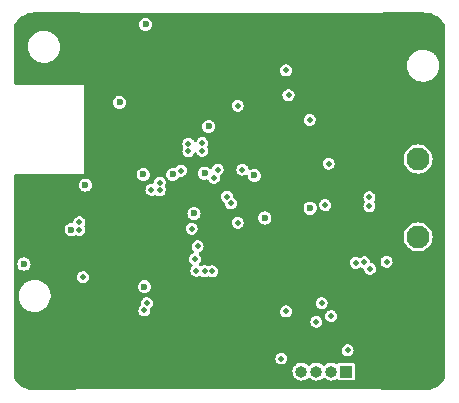
<source format=gbr>
%TF.GenerationSoftware,KiCad,Pcbnew,(6.0.0)*%
%TF.CreationDate,2022-04-21T21:51:44+01:00*%
%TF.ProjectId,Tracer,54726163-6572-42e6-9b69-6361645f7063,C*%
%TF.SameCoordinates,Original*%
%TF.FileFunction,Copper,L3,Inr*%
%TF.FilePolarity,Positive*%
%FSLAX46Y46*%
G04 Gerber Fmt 4.6, Leading zero omitted, Abs format (unit mm)*
G04 Created by KiCad (PCBNEW (6.0.0)) date 2022-04-21 21:51:44*
%MOMM*%
%LPD*%
G01*
G04 APERTURE LIST*
%TA.AperFunction,ComponentPad*%
%ADD10C,1.950000*%
%TD*%
%TA.AperFunction,ComponentPad*%
%ADD11R,1.000000X1.000000*%
%TD*%
%TA.AperFunction,ComponentPad*%
%ADD12O,1.000000X1.000000*%
%TD*%
%TA.AperFunction,ViaPad*%
%ADD13C,0.500000*%
%TD*%
%TA.AperFunction,ViaPad*%
%ADD14C,0.600000*%
%TD*%
G04 APERTURE END LIST*
D10*
%TO.N,unconnected-(J1-PadMH1)*%
%TO.C,J1*%
X163475000Y-99500000D03*
%TO.N,unconnected-(J1-PadMH2)*%
X163475000Y-92900000D03*
%TD*%
D11*
%TO.N,DTR*%
%TO.C,J2*%
X157400000Y-110900000D03*
D12*
%TO.N,U0RXD*%
X156130000Y-110900000D03*
%TO.N,U0TXD*%
X154860000Y-110900000D03*
%TO.N,RTS*%
X153590000Y-110900000D03*
%TD*%
D13*
%TO.N,+BATT*%
X148200000Y-88400000D03*
X160800000Y-101600000D03*
X152500000Y-87500000D03*
%TO.N,GND*%
X138000000Y-101100000D03*
X139500000Y-97600000D03*
X138000000Y-99550000D03*
X136135000Y-83080000D03*
X151200000Y-90600000D03*
X146295000Y-88160000D03*
X143755000Y-83080000D03*
X157950000Y-99600000D03*
X136900000Y-93500000D03*
X151060000Y-102950000D03*
X151060000Y-101680000D03*
X141000000Y-101100000D03*
X149679122Y-87879122D03*
X146295000Y-83080000D03*
X153600000Y-102950000D03*
X152330000Y-100410000D03*
X143900000Y-103600000D03*
X139500000Y-101100000D03*
X140850000Y-90950000D03*
X143755000Y-88160000D03*
X154000000Y-94400000D03*
X135950000Y-90950000D03*
X141000000Y-99550000D03*
X150400000Y-96400000D03*
X134100000Y-102600000D03*
X151060000Y-100410000D03*
X141000000Y-97600000D03*
X157600000Y-84000000D03*
X159600000Y-94900000D03*
X152330000Y-102950000D03*
X156600000Y-102250000D03*
X141215000Y-85620000D03*
X142200000Y-111200000D03*
X141215000Y-88160000D03*
X129500000Y-109400000D03*
X157100000Y-95850000D03*
X144100000Y-95100000D03*
X132100000Y-98500000D03*
X152330000Y-101680000D03*
X139500000Y-99550000D03*
X138000000Y-97600000D03*
X153600000Y-101680000D03*
X153600000Y-100410000D03*
X136135000Y-88160000D03*
D14*
%TO.N,+3V3*%
X140200000Y-94200000D03*
X140300000Y-103700000D03*
X142700000Y-94200000D03*
X140395000Y-81500000D03*
X135300000Y-95100000D03*
X154332671Y-97067329D03*
X138195000Y-88100000D03*
X145400000Y-94100000D03*
X134100000Y-98900000D03*
X150500000Y-97900000D03*
X144500000Y-97500000D03*
X130100000Y-101800000D03*
X145750000Y-90150000D03*
X149600000Y-94300000D03*
D13*
%TO.N,GPIO10*%
X145400000Y-102400000D03*
X144800000Y-100300000D03*
%TO.N,GPIO17*%
X144600000Y-101370500D03*
X144700000Y-102369500D03*
%TO.N,GPIO7*%
X144300000Y-98800000D03*
X146049503Y-102400000D03*
%TO.N,GPIO36*%
X146200000Y-94500000D03*
X134800000Y-98250497D03*
%TO.N,GPIO37*%
X134800000Y-98900000D03*
X148200000Y-98300000D03*
%TO.N,VUSB*%
X155600000Y-96800000D03*
X155900000Y-93300000D03*
%TO.N,GPIO18*%
X144025500Y-91600000D03*
X145200000Y-91550497D03*
X148600000Y-93800000D03*
X147634166Y-96656944D03*
%TO.N,GPIO23*%
X147300000Y-96100000D03*
X145200000Y-92200000D03*
X144025500Y-92249503D03*
X146500000Y-93800000D03*
%TO.N,GPIO19*%
X141600000Y-95549503D03*
X143400000Y-93900000D03*
%TO.N,U0RXD*%
X156100000Y-106200000D03*
X140900000Y-95500000D03*
%TO.N,Net-(D4-Pad1)*%
X154300000Y-89600000D03*
X152300000Y-85400000D03*
%TO.N,D+*%
X159352334Y-96150000D03*
X158183962Y-101699500D03*
%TO.N,D-*%
X158925500Y-101650000D03*
X159352334Y-96900000D03*
%TO.N,U0TXD*%
X141600000Y-94900000D03*
X154860000Y-106689022D03*
%TO.N,RTS*%
X152300000Y-105800000D03*
X140294609Y-105716172D03*
%TO.N,DTR*%
X157500000Y-109100000D03*
X140500000Y-105100000D03*
X155300000Y-105100000D03*
%TO.N,GPIO35*%
X135100000Y-102900000D03*
X151900000Y-109800000D03*
%TO.N,Net-(D1-Pad2)*%
X159400000Y-102200000D03*
%TD*%
%TA.AperFunction,Conductor*%
%TO.N,GND*%
G36*
X134913191Y-80505425D02*
G01*
X135032587Y-80541643D01*
X135191595Y-80557304D01*
X135200000Y-80558976D01*
X135212847Y-80556421D01*
X135237425Y-80554000D01*
X160162575Y-80554000D01*
X160187153Y-80556421D01*
X160200000Y-80558976D01*
X160208405Y-80557304D01*
X160367413Y-80541643D01*
X160486809Y-80505425D01*
X160523385Y-80500000D01*
X163988393Y-80500000D01*
X163997381Y-80500321D01*
X164046765Y-80503853D01*
X164268544Y-80519715D01*
X164286327Y-80522272D01*
X164547552Y-80579098D01*
X164564794Y-80584160D01*
X164815287Y-80677589D01*
X164831634Y-80685055D01*
X165066269Y-80813176D01*
X165081392Y-80822895D01*
X165295404Y-80983103D01*
X165308990Y-80994876D01*
X165498018Y-81183904D01*
X165509791Y-81197490D01*
X165669999Y-81411502D01*
X165679719Y-81426626D01*
X165723482Y-81506772D01*
X165738894Y-81567157D01*
X165738894Y-111432843D01*
X165723482Y-111493228D01*
X165679719Y-111573374D01*
X165669999Y-111588498D01*
X165509791Y-111802510D01*
X165498018Y-111816096D01*
X165308990Y-112005124D01*
X165295404Y-112016897D01*
X165081392Y-112177105D01*
X165066269Y-112186824D01*
X164831634Y-112314945D01*
X164815287Y-112322411D01*
X164564794Y-112415840D01*
X164547552Y-112420902D01*
X164286327Y-112477728D01*
X164268544Y-112480285D01*
X164046765Y-112496147D01*
X163997381Y-112499679D01*
X163988393Y-112500000D01*
X160433592Y-112500000D01*
X160374196Y-112485122D01*
X160233849Y-112410105D01*
X160233847Y-112410104D01*
X160228393Y-112407189D01*
X160188546Y-112395102D01*
X160073339Y-112360154D01*
X160073333Y-112360153D01*
X160067413Y-112358357D01*
X159908405Y-112342696D01*
X159900000Y-112341024D01*
X159887153Y-112343579D01*
X159862575Y-112346000D01*
X134937425Y-112346000D01*
X134912847Y-112343579D01*
X134900000Y-112341024D01*
X134891595Y-112342696D01*
X134732587Y-112358357D01*
X134726667Y-112360153D01*
X134726661Y-112360154D01*
X134611454Y-112395102D01*
X134571607Y-112407189D01*
X134566153Y-112410104D01*
X134566151Y-112410105D01*
X134425804Y-112485122D01*
X134366408Y-112500000D01*
X131004501Y-112500000D01*
X130995513Y-112499679D01*
X130946129Y-112496147D01*
X130724350Y-112480285D01*
X130706567Y-112477728D01*
X130445342Y-112420902D01*
X130428100Y-112415840D01*
X130177607Y-112322411D01*
X130161260Y-112314945D01*
X129926625Y-112186824D01*
X129911502Y-112177105D01*
X129697490Y-112016897D01*
X129683904Y-112005124D01*
X129494876Y-111816096D01*
X129483103Y-111802510D01*
X129445397Y-111752141D01*
X129322891Y-111588493D01*
X129313174Y-111573373D01*
X129313062Y-111573167D01*
X129264183Y-111483653D01*
X129248772Y-111423228D01*
X129248958Y-110889399D01*
X152830800Y-110889399D01*
X152847318Y-111057862D01*
X152900748Y-111218479D01*
X152988435Y-111363267D01*
X152993326Y-111368332D01*
X152993327Y-111368333D01*
X153053974Y-111431135D01*
X153106021Y-111485031D01*
X153247660Y-111577717D01*
X153406315Y-111636720D01*
X153413296Y-111637651D01*
X153413298Y-111637652D01*
X153567118Y-111658176D01*
X153567122Y-111658176D01*
X153574099Y-111659107D01*
X153581110Y-111658469D01*
X153581114Y-111658469D01*
X153735652Y-111644405D01*
X153742673Y-111643766D01*
X153903659Y-111591458D01*
X153993199Y-111538082D01*
X154043004Y-111508392D01*
X154043006Y-111508391D01*
X154049056Y-111504784D01*
X154138712Y-111419406D01*
X154201836Y-111386915D01*
X154272507Y-111393708D01*
X154316240Y-111423126D01*
X154323974Y-111431135D01*
X154376021Y-111485031D01*
X154517660Y-111577717D01*
X154676315Y-111636720D01*
X154683296Y-111637651D01*
X154683298Y-111637652D01*
X154837118Y-111658176D01*
X154837122Y-111658176D01*
X154844099Y-111659107D01*
X154851110Y-111658469D01*
X154851114Y-111658469D01*
X155005652Y-111644405D01*
X155012673Y-111643766D01*
X155173659Y-111591458D01*
X155263199Y-111538082D01*
X155313004Y-111508392D01*
X155313006Y-111508391D01*
X155319056Y-111504784D01*
X155408712Y-111419406D01*
X155471836Y-111386915D01*
X155542507Y-111393708D01*
X155586240Y-111423126D01*
X155593974Y-111431135D01*
X155646021Y-111485031D01*
X155787660Y-111577717D01*
X155946315Y-111636720D01*
X155953296Y-111637651D01*
X155953298Y-111637652D01*
X156107118Y-111658176D01*
X156107122Y-111658176D01*
X156114099Y-111659107D01*
X156121110Y-111658469D01*
X156121114Y-111658469D01*
X156275652Y-111644405D01*
X156282673Y-111643766D01*
X156443659Y-111591458D01*
X156539809Y-111534141D01*
X156608561Y-111516442D01*
X156675971Y-111538724D01*
X156709088Y-111572368D01*
X156716516Y-111583484D01*
X156800699Y-111639734D01*
X156874933Y-111654500D01*
X157399915Y-111654500D01*
X157925066Y-111654499D01*
X157960818Y-111647388D01*
X157987126Y-111642156D01*
X157987128Y-111642155D01*
X157999301Y-111639734D01*
X158009621Y-111632839D01*
X158009622Y-111632838D01*
X158073168Y-111590377D01*
X158083484Y-111583484D01*
X158139734Y-111499301D01*
X158154500Y-111425067D01*
X158154499Y-110374934D01*
X158139734Y-110300699D01*
X158083484Y-110216516D01*
X157999301Y-110160266D01*
X157925067Y-110145500D01*
X157400085Y-110145500D01*
X156874934Y-110145501D01*
X156839182Y-110152612D01*
X156812874Y-110157844D01*
X156812872Y-110157845D01*
X156800699Y-110160266D01*
X156790379Y-110167161D01*
X156790378Y-110167162D01*
X156771225Y-110179960D01*
X156716516Y-110216516D01*
X156708857Y-110227979D01*
X156706539Y-110229916D01*
X156700846Y-110235609D01*
X156700337Y-110235100D01*
X156654383Y-110273506D01*
X156583940Y-110282355D01*
X156536578Y-110264362D01*
X156490468Y-110235100D01*
X156462844Y-110217569D01*
X156404658Y-110196850D01*
X156310016Y-110163149D01*
X156310011Y-110163148D01*
X156303381Y-110160787D01*
X156296395Y-110159954D01*
X156296391Y-110159953D01*
X156175178Y-110145500D01*
X156135301Y-110140745D01*
X156128298Y-110141481D01*
X156128297Y-110141481D01*
X155973965Y-110157701D01*
X155973961Y-110157702D01*
X155966957Y-110158438D01*
X155960286Y-110160709D01*
X155813387Y-110210717D01*
X155813384Y-110210718D01*
X155806717Y-110212988D01*
X155800719Y-110216678D01*
X155800717Y-110216679D01*
X155668543Y-110297993D01*
X155668541Y-110297995D01*
X155662544Y-110301684D01*
X155657511Y-110306613D01*
X155582954Y-110379624D01*
X155520289Y-110412994D01*
X155449530Y-110407188D01*
X155405391Y-110378384D01*
X155395936Y-110368863D01*
X155335764Y-110308269D01*
X155327670Y-110303132D01*
X155220468Y-110235100D01*
X155192844Y-110217569D01*
X155134658Y-110196850D01*
X155040016Y-110163149D01*
X155040011Y-110163148D01*
X155033381Y-110160787D01*
X155026395Y-110159954D01*
X155026391Y-110159953D01*
X154905178Y-110145500D01*
X154865301Y-110140745D01*
X154858298Y-110141481D01*
X154858297Y-110141481D01*
X154703965Y-110157701D01*
X154703961Y-110157702D01*
X154696957Y-110158438D01*
X154690286Y-110160709D01*
X154543387Y-110210717D01*
X154543384Y-110210718D01*
X154536717Y-110212988D01*
X154530719Y-110216678D01*
X154530717Y-110216679D01*
X154398543Y-110297993D01*
X154398541Y-110297995D01*
X154392544Y-110301684D01*
X154387511Y-110306613D01*
X154312954Y-110379624D01*
X154250289Y-110412994D01*
X154179530Y-110407188D01*
X154135391Y-110378384D01*
X154125936Y-110368863D01*
X154065764Y-110308269D01*
X154057670Y-110303132D01*
X153950468Y-110235100D01*
X153922844Y-110217569D01*
X153864658Y-110196850D01*
X153770016Y-110163149D01*
X153770011Y-110163148D01*
X153763381Y-110160787D01*
X153756395Y-110159954D01*
X153756391Y-110159953D01*
X153635178Y-110145500D01*
X153595301Y-110140745D01*
X153588298Y-110141481D01*
X153588297Y-110141481D01*
X153433965Y-110157701D01*
X153433961Y-110157702D01*
X153426957Y-110158438D01*
X153420286Y-110160709D01*
X153273387Y-110210717D01*
X153273384Y-110210718D01*
X153266717Y-110212988D01*
X153260719Y-110216678D01*
X153260717Y-110216679D01*
X153128543Y-110297993D01*
X153128541Y-110297995D01*
X153122544Y-110301684D01*
X153117511Y-110306613D01*
X153014808Y-110407188D01*
X153001605Y-110420117D01*
X152909909Y-110562400D01*
X152907498Y-110569025D01*
X152854425Y-110714840D01*
X152854424Y-110714845D01*
X152852015Y-110721463D01*
X152830800Y-110889399D01*
X129248958Y-110889399D01*
X129249341Y-109793773D01*
X151390350Y-109793773D01*
X151391514Y-109802675D01*
X151391514Y-109802678D01*
X151407924Y-109928164D01*
X151409088Y-109937065D01*
X151467289Y-110069339D01*
X151473063Y-110076208D01*
X151532326Y-110146709D01*
X151560276Y-110179960D01*
X151567747Y-110184933D01*
X151567748Y-110184934D01*
X151673101Y-110255063D01*
X151673103Y-110255064D01*
X151680574Y-110260037D01*
X151689138Y-110262713D01*
X151689141Y-110262714D01*
X151749542Y-110281584D01*
X151818510Y-110303132D01*
X151962998Y-110305780D01*
X151991561Y-110297993D01*
X152093763Y-110270130D01*
X152093765Y-110270129D01*
X152102422Y-110267769D01*
X152225572Y-110192154D01*
X152322551Y-110085014D01*
X152385560Y-109954962D01*
X152409536Y-109812453D01*
X152409688Y-109800000D01*
X152389201Y-109656948D01*
X152329388Y-109525395D01*
X152323530Y-109518596D01*
X152323527Y-109518592D01*
X152240916Y-109422718D01*
X152240913Y-109422716D01*
X152235056Y-109415918D01*
X152113790Y-109337317D01*
X152096921Y-109332272D01*
X151983938Y-109298482D01*
X151983936Y-109298482D01*
X151975337Y-109295910D01*
X151966363Y-109295855D01*
X151966361Y-109295855D01*
X151903082Y-109295469D01*
X151830827Y-109295028D01*
X151822196Y-109297495D01*
X151822194Y-109297495D01*
X151700509Y-109332272D01*
X151700505Y-109332274D01*
X151691879Y-109334739D01*
X151684292Y-109339526D01*
X151684290Y-109339527D01*
X151612198Y-109385014D01*
X151569661Y-109411853D01*
X151563718Y-109418582D01*
X151563717Y-109418583D01*
X151509511Y-109479960D01*
X151473999Y-109520170D01*
X151470185Y-109528293D01*
X151470184Y-109528295D01*
X151454025Y-109562714D01*
X151412583Y-109650982D01*
X151390350Y-109793773D01*
X129249341Y-109793773D01*
X129249585Y-109093773D01*
X156990350Y-109093773D01*
X156991514Y-109102675D01*
X156991514Y-109102678D01*
X157007924Y-109228164D01*
X157009088Y-109237065D01*
X157067289Y-109369339D01*
X157160276Y-109479960D01*
X157167747Y-109484933D01*
X157167748Y-109484934D01*
X157273101Y-109555063D01*
X157273103Y-109555064D01*
X157280574Y-109560037D01*
X157289138Y-109562713D01*
X157289141Y-109562714D01*
X157349542Y-109581585D01*
X157418510Y-109603132D01*
X157562998Y-109605780D01*
X157582530Y-109600455D01*
X157693763Y-109570130D01*
X157693765Y-109570129D01*
X157702422Y-109567769D01*
X157825572Y-109492154D01*
X157922551Y-109385014D01*
X157985560Y-109254962D01*
X158009536Y-109112453D01*
X158009688Y-109100000D01*
X157989201Y-108956948D01*
X157929388Y-108825395D01*
X157923530Y-108818596D01*
X157923527Y-108818592D01*
X157840916Y-108722718D01*
X157840913Y-108722716D01*
X157835056Y-108715918D01*
X157713790Y-108637317D01*
X157696921Y-108632272D01*
X157583938Y-108598482D01*
X157583936Y-108598482D01*
X157575337Y-108595910D01*
X157566363Y-108595855D01*
X157566361Y-108595855D01*
X157503082Y-108595469D01*
X157430827Y-108595028D01*
X157422196Y-108597495D01*
X157422194Y-108597495D01*
X157300509Y-108632272D01*
X157300505Y-108632274D01*
X157291879Y-108634739D01*
X157169661Y-108711853D01*
X157073999Y-108820170D01*
X157012583Y-108950982D01*
X156990350Y-109093773D01*
X129249585Y-109093773D01*
X129250427Y-106682795D01*
X154350350Y-106682795D01*
X154351514Y-106691697D01*
X154351514Y-106691700D01*
X154367924Y-106817186D01*
X154369088Y-106826087D01*
X154427289Y-106958361D01*
X154520276Y-107068982D01*
X154527747Y-107073955D01*
X154527748Y-107073956D01*
X154633101Y-107144085D01*
X154633103Y-107144086D01*
X154640574Y-107149059D01*
X154649138Y-107151735D01*
X154649141Y-107151736D01*
X154709542Y-107170606D01*
X154778510Y-107192154D01*
X154922998Y-107194802D01*
X154942530Y-107189477D01*
X155053763Y-107159152D01*
X155053765Y-107159151D01*
X155062422Y-107156791D01*
X155185572Y-107081176D01*
X155282551Y-106974036D01*
X155345560Y-106843984D01*
X155369536Y-106701475D01*
X155369688Y-106689022D01*
X155349201Y-106545970D01*
X155289388Y-106414417D01*
X155283530Y-106407618D01*
X155283527Y-106407614D01*
X155200916Y-106311740D01*
X155200913Y-106311738D01*
X155195056Y-106304940D01*
X155129910Y-106262714D01*
X155081324Y-106231222D01*
X155081322Y-106231221D01*
X155073790Y-106226339D01*
X155059121Y-106221952D01*
X154964900Y-106193773D01*
X155590350Y-106193773D01*
X155591514Y-106202675D01*
X155591514Y-106202678D01*
X155605776Y-106311740D01*
X155609088Y-106337065D01*
X155667289Y-106469339D01*
X155760276Y-106579960D01*
X155767747Y-106584933D01*
X155767748Y-106584934D01*
X155873101Y-106655063D01*
X155873103Y-106655064D01*
X155880574Y-106660037D01*
X155889138Y-106662713D01*
X155889141Y-106662714D01*
X155949542Y-106681585D01*
X156018510Y-106703132D01*
X156162998Y-106705780D01*
X156182530Y-106700455D01*
X156293763Y-106670130D01*
X156293765Y-106670129D01*
X156302422Y-106667769D01*
X156425572Y-106592154D01*
X156522551Y-106485014D01*
X156585560Y-106354962D01*
X156609536Y-106212453D01*
X156609688Y-106200000D01*
X156593829Y-106089262D01*
X156590474Y-106065835D01*
X156590473Y-106065833D01*
X156589201Y-106056948D01*
X156529388Y-105925395D01*
X156523530Y-105918596D01*
X156523527Y-105918592D01*
X156440916Y-105822718D01*
X156440913Y-105822716D01*
X156435056Y-105815918D01*
X156370235Y-105773903D01*
X156321324Y-105742200D01*
X156321322Y-105742199D01*
X156313790Y-105737317D01*
X156293982Y-105731393D01*
X156183938Y-105698482D01*
X156183936Y-105698482D01*
X156175337Y-105695910D01*
X156166363Y-105695855D01*
X156166361Y-105695855D01*
X156103082Y-105695469D01*
X156030827Y-105695028D01*
X156022196Y-105697495D01*
X156022194Y-105697495D01*
X155900509Y-105732272D01*
X155900505Y-105732274D01*
X155891879Y-105734739D01*
X155884292Y-105739526D01*
X155884290Y-105739527D01*
X155788447Y-105800000D01*
X155769661Y-105811853D01*
X155763718Y-105818582D01*
X155763717Y-105818583D01*
X155725857Y-105861452D01*
X155673999Y-105920170D01*
X155670185Y-105928293D01*
X155670184Y-105928295D01*
X155640524Y-105991469D01*
X155612583Y-106050982D01*
X155611203Y-106059846D01*
X155611202Y-106059849D01*
X155591881Y-106183941D01*
X155590350Y-106193773D01*
X154964900Y-106193773D01*
X154943938Y-106187504D01*
X154943936Y-106187504D01*
X154935337Y-106184932D01*
X154926363Y-106184877D01*
X154926361Y-106184877D01*
X154863082Y-106184491D01*
X154790827Y-106184050D01*
X154782196Y-106186517D01*
X154782194Y-106186517D01*
X154660509Y-106221294D01*
X154660505Y-106221296D01*
X154651879Y-106223761D01*
X154644292Y-106228548D01*
X154644290Y-106228549D01*
X154537254Y-106296084D01*
X154529661Y-106300875D01*
X154433999Y-106409192D01*
X154430185Y-106417315D01*
X154430184Y-106417317D01*
X154405760Y-106469339D01*
X154372583Y-106540004D01*
X154371203Y-106548868D01*
X154371202Y-106548871D01*
X154352690Y-106667769D01*
X154350350Y-106682795D01*
X129250427Y-106682795D01*
X129251212Y-104435964D01*
X129642112Y-104435964D01*
X129642312Y-104441292D01*
X129642312Y-104441294D01*
X129644464Y-104498599D01*
X129643705Y-104498628D01*
X129644034Y-104500016D01*
X129644340Y-104499989D01*
X129644374Y-104500377D01*
X129644465Y-104501838D01*
X129644523Y-104502085D01*
X129644648Y-104503507D01*
X129650736Y-104665669D01*
X129651831Y-104670888D01*
X129664628Y-104731879D01*
X129663861Y-104732040D01*
X129664841Y-104734316D01*
X129664937Y-104735408D01*
X129666361Y-104740722D01*
X129666464Y-104741307D01*
X129667635Y-104746210D01*
X129697939Y-104890637D01*
X129718562Y-104942859D01*
X129723975Y-104956566D01*
X129724724Y-104958541D01*
X129726097Y-104963663D01*
X129728422Y-104968649D01*
X129728423Y-104968651D01*
X129728947Y-104969775D01*
X129731934Y-104976717D01*
X129782372Y-105104436D01*
X129819273Y-105165246D01*
X129820811Y-105168126D01*
X129820890Y-105168080D01*
X129823639Y-105172841D01*
X129825965Y-105177829D01*
X129829122Y-105182337D01*
X129829124Y-105182341D01*
X129830674Y-105184555D01*
X129835181Y-105191462D01*
X129898060Y-105295083D01*
X129901621Y-105300952D01*
X129905116Y-105304979D01*
X129905117Y-105304981D01*
X129951993Y-105359000D01*
X129955555Y-105363563D01*
X129958347Y-105366890D01*
X129961505Y-105371401D01*
X129967791Y-105377687D01*
X129973861Y-105384201D01*
X130013269Y-105429614D01*
X130052276Y-105474566D01*
X130064921Y-105484934D01*
X130116309Y-105527070D01*
X130123574Y-105533652D01*
X130124706Y-105534602D01*
X130128599Y-105538495D01*
X130133103Y-105541649D01*
X130133108Y-105541653D01*
X130135936Y-105543633D01*
X130143554Y-105549410D01*
X130225901Y-105616931D01*
X130225907Y-105616935D01*
X130230029Y-105620315D01*
X130234668Y-105622955D01*
X130234667Y-105622955D01*
X130307355Y-105664331D01*
X130317296Y-105670622D01*
X130317660Y-105670877D01*
X130317667Y-105670881D01*
X130322171Y-105674035D01*
X130327155Y-105676359D01*
X130327160Y-105676362D01*
X130329875Y-105677628D01*
X130338952Y-105682318D01*
X130383061Y-105707426D01*
X130429798Y-105734030D01*
X130519498Y-105766590D01*
X130529753Y-105770833D01*
X130531348Y-105771577D01*
X130531350Y-105771578D01*
X130536337Y-105773903D01*
X130541653Y-105775327D01*
X130541655Y-105775328D01*
X130542719Y-105775613D01*
X130543702Y-105775876D01*
X130554081Y-105779143D01*
X130645871Y-105812461D01*
X130746443Y-105830648D01*
X130756616Y-105832926D01*
X130764592Y-105835063D01*
X130770990Y-105835623D01*
X130782412Y-105837152D01*
X130872069Y-105853364D01*
X130876208Y-105853559D01*
X130876215Y-105853560D01*
X130894670Y-105854430D01*
X130894677Y-105854430D01*
X130896158Y-105854500D01*
X131057712Y-105854500D01*
X131137444Y-105847735D01*
X131223733Y-105840413D01*
X131223737Y-105840412D01*
X131229044Y-105839962D01*
X131234199Y-105838624D01*
X131234205Y-105838623D01*
X131446368Y-105783556D01*
X131446367Y-105783556D01*
X131451539Y-105782214D01*
X131611970Y-105709945D01*
X139784959Y-105709945D01*
X139786123Y-105718847D01*
X139786123Y-105718850D01*
X139797371Y-105804860D01*
X139803697Y-105853237D01*
X139861898Y-105985511D01*
X139954885Y-106096132D01*
X139962356Y-106101105D01*
X139962357Y-106101106D01*
X140067710Y-106171235D01*
X140067712Y-106171236D01*
X140075183Y-106176209D01*
X140083747Y-106178885D01*
X140083750Y-106178886D01*
X140144151Y-106197757D01*
X140213119Y-106219304D01*
X140357607Y-106221952D01*
X140377139Y-106216627D01*
X140488372Y-106186302D01*
X140488374Y-106186301D01*
X140497031Y-106183941D01*
X140620181Y-106108326D01*
X140717160Y-106001186D01*
X140752475Y-105928295D01*
X140776254Y-105879215D01*
X140776254Y-105879214D01*
X140780169Y-105871134D01*
X140793184Y-105793773D01*
X151790350Y-105793773D01*
X151791514Y-105802675D01*
X151791514Y-105802678D01*
X151798282Y-105854430D01*
X151809088Y-105937065D01*
X151867289Y-106069339D01*
X151873063Y-106076208D01*
X151904009Y-106113022D01*
X151960276Y-106179960D01*
X151967747Y-106184933D01*
X151967748Y-106184934D01*
X152073101Y-106255063D01*
X152073103Y-106255064D01*
X152080574Y-106260037D01*
X152089138Y-106262713D01*
X152089141Y-106262714D01*
X152149542Y-106281585D01*
X152218510Y-106303132D01*
X152362998Y-106305780D01*
X152372711Y-106303132D01*
X152493763Y-106270130D01*
X152493765Y-106270129D01*
X152502422Y-106267769D01*
X152625572Y-106192154D01*
X152722551Y-106085014D01*
X152785560Y-105954962D01*
X152809536Y-105812453D01*
X152809688Y-105800000D01*
X152794773Y-105695855D01*
X152790474Y-105665835D01*
X152790473Y-105665833D01*
X152789201Y-105656948D01*
X152729388Y-105525395D01*
X152723530Y-105518596D01*
X152723527Y-105518592D01*
X152640916Y-105422718D01*
X152640913Y-105422716D01*
X152635056Y-105415918D01*
X152563194Y-105369339D01*
X152521324Y-105342200D01*
X152521322Y-105342199D01*
X152513790Y-105337317D01*
X152482720Y-105328025D01*
X152383938Y-105298482D01*
X152383936Y-105298482D01*
X152375337Y-105295910D01*
X152366363Y-105295855D01*
X152366361Y-105295855D01*
X152303082Y-105295469D01*
X152230827Y-105295028D01*
X152222196Y-105297495D01*
X152222194Y-105297495D01*
X152100509Y-105332272D01*
X152100505Y-105332274D01*
X152091879Y-105334739D01*
X152084292Y-105339526D01*
X152084290Y-105339527D01*
X152012198Y-105385014D01*
X151969661Y-105411853D01*
X151963718Y-105418582D01*
X151963717Y-105418583D01*
X151914275Y-105474566D01*
X151873999Y-105520170D01*
X151870185Y-105528293D01*
X151870184Y-105528295D01*
X151854167Y-105562410D01*
X151812583Y-105650982D01*
X151811203Y-105659846D01*
X151811202Y-105659849D01*
X151791941Y-105783556D01*
X151790350Y-105793773D01*
X140793184Y-105793773D01*
X140804145Y-105728625D01*
X140804297Y-105716172D01*
X140787666Y-105600046D01*
X140797808Y-105529779D01*
X140826188Y-105492712D01*
X140825572Y-105492154D01*
X140888423Y-105422718D01*
X140922551Y-105385014D01*
X140985560Y-105254962D01*
X141009536Y-105112453D01*
X141009688Y-105100000D01*
X141008796Y-105093773D01*
X154790350Y-105093773D01*
X154791514Y-105102675D01*
X154791514Y-105102678D01*
X154805756Y-105211587D01*
X154809088Y-105237065D01*
X154867289Y-105369339D01*
X154873063Y-105376208D01*
X154890109Y-105396486D01*
X154960276Y-105479960D01*
X154967747Y-105484933D01*
X154967748Y-105484934D01*
X155073101Y-105555063D01*
X155073103Y-105555064D01*
X155080574Y-105560037D01*
X155089138Y-105562713D01*
X155089141Y-105562714D01*
X155149542Y-105581585D01*
X155218510Y-105603132D01*
X155362998Y-105605780D01*
X155384027Y-105600047D01*
X155493763Y-105570130D01*
X155493765Y-105570129D01*
X155502422Y-105567769D01*
X155625572Y-105492154D01*
X155645143Y-105470533D01*
X155688423Y-105422718D01*
X155722551Y-105385014D01*
X155785560Y-105254962D01*
X155809536Y-105112453D01*
X155809688Y-105100000D01*
X155789201Y-104956948D01*
X155729388Y-104825395D01*
X155723530Y-104818596D01*
X155723527Y-104818592D01*
X155640916Y-104722718D01*
X155640913Y-104722716D01*
X155635056Y-104715918D01*
X155574423Y-104676618D01*
X155521324Y-104642200D01*
X155521322Y-104642199D01*
X155513790Y-104637317D01*
X155496921Y-104632272D01*
X155383938Y-104598482D01*
X155383936Y-104598482D01*
X155375337Y-104595910D01*
X155366363Y-104595855D01*
X155366361Y-104595855D01*
X155303082Y-104595469D01*
X155230827Y-104595028D01*
X155222196Y-104597495D01*
X155222194Y-104597495D01*
X155100509Y-104632272D01*
X155100505Y-104632274D01*
X155091879Y-104634739D01*
X154969661Y-104711853D01*
X154963718Y-104718582D01*
X154963717Y-104718583D01*
X154943648Y-104741307D01*
X154873999Y-104820170D01*
X154812583Y-104950982D01*
X154811203Y-104959846D01*
X154811202Y-104959849D01*
X154803170Y-105011438D01*
X154790350Y-105093773D01*
X141008796Y-105093773D01*
X140989201Y-104956948D01*
X140929388Y-104825395D01*
X140923530Y-104818596D01*
X140923527Y-104818592D01*
X140840916Y-104722718D01*
X140840913Y-104722716D01*
X140835056Y-104715918D01*
X140774423Y-104676618D01*
X140721324Y-104642200D01*
X140721322Y-104642199D01*
X140713790Y-104637317D01*
X140696921Y-104632272D01*
X140583938Y-104598482D01*
X140583936Y-104598482D01*
X140575337Y-104595910D01*
X140566363Y-104595855D01*
X140566361Y-104595855D01*
X140503082Y-104595469D01*
X140430827Y-104595028D01*
X140422196Y-104597495D01*
X140422194Y-104597495D01*
X140300509Y-104632272D01*
X140300505Y-104632274D01*
X140291879Y-104634739D01*
X140169661Y-104711853D01*
X140163718Y-104718582D01*
X140163717Y-104718583D01*
X140143648Y-104741307D01*
X140073999Y-104820170D01*
X140012583Y-104950982D01*
X140011203Y-104959846D01*
X140011202Y-104959849D01*
X140003170Y-105011438D01*
X139990350Y-105093773D01*
X139991514Y-105102675D01*
X139991514Y-105102678D01*
X140006620Y-105218190D01*
X139995620Y-105288329D01*
X139966121Y-105326857D01*
X139964270Y-105328025D01*
X139868608Y-105436342D01*
X139807192Y-105567154D01*
X139805812Y-105576018D01*
X139805811Y-105576021D01*
X139786744Y-105698482D01*
X139784959Y-105709945D01*
X131611970Y-105709945D01*
X131639608Y-105697495D01*
X131656262Y-105689993D01*
X131656265Y-105689992D01*
X131661123Y-105687803D01*
X131851803Y-105559430D01*
X131878826Y-105533652D01*
X131972315Y-105444467D01*
X132018128Y-105400764D01*
X132155342Y-105216342D01*
X132171504Y-105184555D01*
X132257102Y-105016194D01*
X132257102Y-105016193D01*
X132259520Y-105011438D01*
X132327685Y-104791911D01*
X132338296Y-104711853D01*
X132357188Y-104569319D01*
X132357188Y-104569316D01*
X132357888Y-104564036D01*
X132355536Y-104501401D01*
X132356295Y-104501372D01*
X132355966Y-104499984D01*
X132355660Y-104500011D01*
X132355626Y-104499623D01*
X132355535Y-104498162D01*
X132355477Y-104497915D01*
X132355352Y-104496493D01*
X132349264Y-104334331D01*
X132335372Y-104268121D01*
X132336139Y-104267960D01*
X132335159Y-104265684D01*
X132335063Y-104264592D01*
X132333639Y-104259278D01*
X132333536Y-104258693D01*
X132332362Y-104253778D01*
X132323886Y-104213378D01*
X132302061Y-104109363D01*
X132276025Y-104043434D01*
X132275276Y-104041459D01*
X132273903Y-104036337D01*
X132271053Y-104030225D01*
X132268066Y-104023283D01*
X132217628Y-103895564D01*
X132180727Y-103834754D01*
X132179189Y-103831874D01*
X132179110Y-103831920D01*
X132176361Y-103827159D01*
X132174035Y-103822171D01*
X132170876Y-103817659D01*
X132169326Y-103815445D01*
X132164819Y-103808538D01*
X132101147Y-103703609D01*
X132101145Y-103703606D01*
X132098957Y-103700000D01*
X139740715Y-103700000D01*
X139741793Y-103708188D01*
X139757683Y-103828883D01*
X139759772Y-103844754D01*
X139815645Y-103979642D01*
X139904526Y-104095474D01*
X139911076Y-104100500D01*
X139911079Y-104100503D01*
X140013804Y-104179327D01*
X140020357Y-104184355D01*
X140155246Y-104240228D01*
X140300000Y-104259285D01*
X140308188Y-104258207D01*
X140436566Y-104241306D01*
X140444754Y-104240228D01*
X140579643Y-104184355D01*
X140586196Y-104179327D01*
X140688921Y-104100503D01*
X140688924Y-104100500D01*
X140695474Y-104095474D01*
X140784355Y-103979642D01*
X140840228Y-103844754D01*
X140842318Y-103828883D01*
X140858207Y-103708188D01*
X140859285Y-103700000D01*
X140849372Y-103624703D01*
X140841306Y-103563432D01*
X140841305Y-103563430D01*
X140840228Y-103555246D01*
X140799271Y-103456367D01*
X140787515Y-103427986D01*
X140787514Y-103427984D01*
X140784355Y-103420358D01*
X140695474Y-103304526D01*
X140688924Y-103299500D01*
X140688921Y-103299497D01*
X140586196Y-103220673D01*
X140586194Y-103220672D01*
X140579643Y-103215645D01*
X140444754Y-103159772D01*
X140300000Y-103140715D01*
X140291812Y-103141793D01*
X140163432Y-103158694D01*
X140163430Y-103158695D01*
X140155246Y-103159772D01*
X140132113Y-103169354D01*
X140027986Y-103212485D01*
X140027984Y-103212486D01*
X140020358Y-103215645D01*
X140002736Y-103229167D01*
X139914530Y-103296850D01*
X139904526Y-103304526D01*
X139815645Y-103420358D01*
X139812486Y-103427984D01*
X139812485Y-103427986D01*
X139800729Y-103456367D01*
X139759772Y-103555246D01*
X139758695Y-103563430D01*
X139758694Y-103563432D01*
X139750628Y-103624703D01*
X139740715Y-103700000D01*
X132098957Y-103700000D01*
X132098379Y-103699048D01*
X132048007Y-103641000D01*
X132044445Y-103636437D01*
X132041653Y-103633110D01*
X132038495Y-103628599D01*
X132032209Y-103622313D01*
X132026139Y-103615799D01*
X131951224Y-103529467D01*
X131951222Y-103529465D01*
X131947724Y-103525434D01*
X131883692Y-103472930D01*
X131876426Y-103466348D01*
X131875294Y-103465398D01*
X131871401Y-103461505D01*
X131866897Y-103458351D01*
X131866892Y-103458347D01*
X131864064Y-103456367D01*
X131856446Y-103450590D01*
X131774099Y-103383069D01*
X131774093Y-103383065D01*
X131769971Y-103379685D01*
X131692645Y-103335669D01*
X131682704Y-103329378D01*
X131682340Y-103329123D01*
X131682333Y-103329119D01*
X131677829Y-103325965D01*
X131672845Y-103323641D01*
X131672840Y-103323638D01*
X131670125Y-103322372D01*
X131661048Y-103317682D01*
X131582710Y-103273090D01*
X131570202Y-103265970D01*
X131480502Y-103233410D01*
X131470247Y-103229167D01*
X131468652Y-103228423D01*
X131468650Y-103228422D01*
X131463663Y-103226097D01*
X131458347Y-103224673D01*
X131458345Y-103224672D01*
X131457281Y-103224387D01*
X131456298Y-103224124D01*
X131445919Y-103220857D01*
X131354129Y-103187539D01*
X131253557Y-103169352D01*
X131243384Y-103167074D01*
X131235408Y-103164937D01*
X131229010Y-103164377D01*
X131217588Y-103162848D01*
X131127931Y-103146636D01*
X131123792Y-103146441D01*
X131123785Y-103146440D01*
X131105330Y-103145570D01*
X131105323Y-103145570D01*
X131103842Y-103145500D01*
X130942288Y-103145500D01*
X130862556Y-103152265D01*
X130776267Y-103159587D01*
X130776263Y-103159588D01*
X130770956Y-103160038D01*
X130765801Y-103161376D01*
X130765795Y-103161377D01*
X130649082Y-103191670D01*
X130548461Y-103217786D01*
X130441497Y-103265970D01*
X130343738Y-103310007D01*
X130343735Y-103310008D01*
X130338877Y-103312197D01*
X130148197Y-103440570D01*
X130144340Y-103444249D01*
X130144338Y-103444251D01*
X130118404Y-103468991D01*
X129981872Y-103599236D01*
X129844658Y-103783658D01*
X129842242Y-103788409D01*
X129842240Y-103788413D01*
X129748893Y-103972014D01*
X129740480Y-103988562D01*
X129672315Y-104208089D01*
X129642112Y-104435964D01*
X129251212Y-104435964D01*
X129251751Y-102893773D01*
X134590350Y-102893773D01*
X134591514Y-102902675D01*
X134591514Y-102902678D01*
X134607924Y-103028164D01*
X134609088Y-103037065D01*
X134667289Y-103169339D01*
X134760276Y-103279960D01*
X134767747Y-103284933D01*
X134767748Y-103284934D01*
X134873101Y-103355063D01*
X134873103Y-103355064D01*
X134880574Y-103360037D01*
X134889138Y-103362713D01*
X134889141Y-103362714D01*
X134935012Y-103377045D01*
X135018510Y-103403132D01*
X135162998Y-103405780D01*
X135182530Y-103400455D01*
X135293763Y-103370130D01*
X135293765Y-103370129D01*
X135302422Y-103367769D01*
X135425572Y-103292154D01*
X135522551Y-103185014D01*
X135585560Y-103054962D01*
X135609536Y-102912453D01*
X135609612Y-102906227D01*
X135609629Y-102904860D01*
X135609629Y-102904856D01*
X135609688Y-102900000D01*
X135593290Y-102785500D01*
X135590474Y-102765835D01*
X135590473Y-102765833D01*
X135589201Y-102756948D01*
X135529388Y-102625395D01*
X135523530Y-102618596D01*
X135523527Y-102618592D01*
X135440916Y-102522718D01*
X135440913Y-102522716D01*
X135435056Y-102515918D01*
X135313790Y-102437317D01*
X135246682Y-102417247D01*
X135183938Y-102398482D01*
X135183936Y-102398482D01*
X135175337Y-102395910D01*
X135166363Y-102395855D01*
X135166361Y-102395855D01*
X135103082Y-102395469D01*
X135030827Y-102395028D01*
X135022196Y-102397495D01*
X135022194Y-102397495D01*
X134900509Y-102432272D01*
X134900505Y-102432274D01*
X134891879Y-102434739D01*
X134884292Y-102439526D01*
X134884290Y-102439527D01*
X134812198Y-102485014D01*
X134769661Y-102511853D01*
X134763718Y-102518582D01*
X134763717Y-102518583D01*
X134709511Y-102579960D01*
X134673999Y-102620170D01*
X134670185Y-102628293D01*
X134670184Y-102628295D01*
X134654025Y-102662714D01*
X134612583Y-102750982D01*
X134611203Y-102759846D01*
X134611202Y-102759849D01*
X134593642Y-102872632D01*
X134590350Y-102893773D01*
X129251751Y-102893773D01*
X129252133Y-101800000D01*
X129540715Y-101800000D01*
X129541793Y-101808188D01*
X129558454Y-101934739D01*
X129559772Y-101944754D01*
X129578539Y-101990060D01*
X129606245Y-102056948D01*
X129615645Y-102079642D01*
X129638968Y-102110037D01*
X129694090Y-102181873D01*
X129704526Y-102195474D01*
X129711076Y-102200500D01*
X129711079Y-102200503D01*
X129796221Y-102265835D01*
X129820357Y-102284355D01*
X129955246Y-102340228D01*
X130100000Y-102359285D01*
X130108188Y-102358207D01*
X130236566Y-102341306D01*
X130244754Y-102340228D01*
X130379643Y-102284355D01*
X130403779Y-102265835D01*
X130488921Y-102200503D01*
X130488924Y-102200500D01*
X130495474Y-102195474D01*
X130505911Y-102181873D01*
X130561032Y-102110037D01*
X130584355Y-102079642D01*
X130593756Y-102056948D01*
X130621461Y-101990060D01*
X130640228Y-101944754D01*
X130641547Y-101934739D01*
X130658207Y-101808188D01*
X130659285Y-101800000D01*
X130646407Y-101702178D01*
X130641306Y-101663432D01*
X130641305Y-101663430D01*
X130640228Y-101655246D01*
X130593468Y-101542359D01*
X130587515Y-101527986D01*
X130587514Y-101527984D01*
X130584355Y-101520358D01*
X130513329Y-101427795D01*
X130500501Y-101411077D01*
X130500500Y-101411076D01*
X130495474Y-101404526D01*
X130488924Y-101399500D01*
X130488921Y-101399497D01*
X130443016Y-101364273D01*
X144090350Y-101364273D01*
X144091514Y-101373175D01*
X144091514Y-101373178D01*
X144101400Y-101448777D01*
X144109088Y-101507565D01*
X144167289Y-101639839D01*
X144173063Y-101646708D01*
X144225012Y-101708508D01*
X144260276Y-101750460D01*
X144267747Y-101755433D01*
X144267748Y-101755434D01*
X144337350Y-101801765D01*
X144382973Y-101856162D01*
X144391944Y-101926590D01*
X144361973Y-101990058D01*
X144273999Y-102089670D01*
X144270185Y-102097793D01*
X144270184Y-102097795D01*
X144263180Y-102112714D01*
X144212583Y-102220482D01*
X144211203Y-102229346D01*
X144211202Y-102229349D01*
X144193152Y-102345280D01*
X144190350Y-102363273D01*
X144191514Y-102372175D01*
X144191514Y-102372178D01*
X144200671Y-102442200D01*
X144209088Y-102506565D01*
X144267289Y-102638839D01*
X144273063Y-102645708D01*
X144321574Y-102703418D01*
X144360276Y-102749460D01*
X144367747Y-102754433D01*
X144367748Y-102754434D01*
X144473101Y-102824563D01*
X144473103Y-102824564D01*
X144480574Y-102829537D01*
X144489138Y-102832213D01*
X144489141Y-102832214D01*
X144549542Y-102851085D01*
X144618510Y-102872632D01*
X144762998Y-102875280D01*
X144782530Y-102869955D01*
X144893763Y-102839630D01*
X144893765Y-102839629D01*
X144902422Y-102837269D01*
X144910069Y-102832574D01*
X144910073Y-102832572D01*
X144960651Y-102801517D01*
X145029168Y-102782919D01*
X145096398Y-102804005D01*
X145173101Y-102855063D01*
X145173103Y-102855064D01*
X145180574Y-102860037D01*
X145189138Y-102862713D01*
X145189141Y-102862714D01*
X145249542Y-102881585D01*
X145318510Y-102903132D01*
X145462998Y-102905780D01*
X145507040Y-102893773D01*
X145593763Y-102870130D01*
X145593765Y-102870129D01*
X145602422Y-102867769D01*
X145610069Y-102863074D01*
X145610073Y-102863072D01*
X145658218Y-102833511D01*
X145726735Y-102814913D01*
X145793964Y-102835999D01*
X145822601Y-102855061D01*
X145822603Y-102855062D01*
X145830077Y-102860037D01*
X145838641Y-102862713D01*
X145838644Y-102862714D01*
X145899045Y-102881585D01*
X145968013Y-102903132D01*
X146112501Y-102905780D01*
X146156543Y-102893773D01*
X146243266Y-102870130D01*
X146243268Y-102870129D01*
X146251925Y-102867769D01*
X146375075Y-102792154D01*
X146472054Y-102685014D01*
X146535063Y-102554962D01*
X146559039Y-102412453D01*
X146559191Y-102400000D01*
X146538704Y-102256948D01*
X146478891Y-102125395D01*
X146473033Y-102118596D01*
X146473030Y-102118592D01*
X146390419Y-102022718D01*
X146390416Y-102022716D01*
X146384559Y-102015918D01*
X146299253Y-101960625D01*
X146270827Y-101942200D01*
X146270823Y-101942198D01*
X146263293Y-101937317D01*
X146227425Y-101926590D01*
X146133441Y-101898482D01*
X146133439Y-101898482D01*
X146124840Y-101895910D01*
X146115866Y-101895855D01*
X146115864Y-101895855D01*
X146052585Y-101895469D01*
X145980330Y-101895028D01*
X145971699Y-101897495D01*
X145971697Y-101897495D01*
X145850016Y-101932271D01*
X145850013Y-101932272D01*
X145841382Y-101934739D01*
X145833788Y-101939531D01*
X145833787Y-101939531D01*
X145792188Y-101965778D01*
X145723903Y-101985213D01*
X145656422Y-101964950D01*
X145613790Y-101937317D01*
X145577922Y-101926590D01*
X145483938Y-101898482D01*
X145483936Y-101898482D01*
X145475337Y-101895910D01*
X145466363Y-101895855D01*
X145466361Y-101895855D01*
X145403082Y-101895469D01*
X145330827Y-101895028D01*
X145322196Y-101897495D01*
X145322194Y-101897495D01*
X145200509Y-101932272D01*
X145200505Y-101932274D01*
X145191879Y-101934739D01*
X145184293Y-101939525D01*
X145184285Y-101939529D01*
X145140941Y-101966878D01*
X145072656Y-101986313D01*
X145005175Y-101966050D01*
X144963209Y-101938849D01*
X144916926Y-101885013D01*
X144907096Y-101814700D01*
X144938328Y-101748563D01*
X144988374Y-101693273D01*
X157674312Y-101693273D01*
X157675476Y-101702175D01*
X157675476Y-101702178D01*
X157687198Y-101791812D01*
X157693050Y-101836565D01*
X157751251Y-101968839D01*
X157757025Y-101975708D01*
X157825315Y-102056948D01*
X157844238Y-102079460D01*
X157851709Y-102084433D01*
X157851710Y-102084434D01*
X157957063Y-102154563D01*
X157957065Y-102154564D01*
X157964536Y-102159537D01*
X157973100Y-102162213D01*
X157973103Y-102162214D01*
X158033504Y-102181084D01*
X158102472Y-102202632D01*
X158246960Y-102205280D01*
X158266492Y-102199955D01*
X158377725Y-102169630D01*
X158377727Y-102169629D01*
X158386384Y-102167269D01*
X158509534Y-102091654D01*
X158513098Y-102087717D01*
X158576594Y-102060324D01*
X158646639Y-102071909D01*
X158661707Y-102080504D01*
X158706074Y-102110037D01*
X158714641Y-102112714D01*
X158714642Y-102112714D01*
X158809870Y-102142466D01*
X158868926Y-102181873D01*
X158897231Y-102246395D01*
X158898611Y-102256948D01*
X158909088Y-102337065D01*
X158967289Y-102469339D01*
X159060276Y-102579960D01*
X159067747Y-102584933D01*
X159067748Y-102584934D01*
X159173101Y-102655063D01*
X159173103Y-102655064D01*
X159180574Y-102660037D01*
X159189138Y-102662713D01*
X159189141Y-102662714D01*
X159249542Y-102681584D01*
X159318510Y-102703132D01*
X159462998Y-102705780D01*
X159482530Y-102700455D01*
X159593763Y-102670130D01*
X159593765Y-102670129D01*
X159602422Y-102667769D01*
X159725572Y-102592154D01*
X159822551Y-102485014D01*
X159877219Y-102372178D01*
X159881645Y-102363043D01*
X159881645Y-102363042D01*
X159885560Y-102354962D01*
X159909536Y-102212453D01*
X159909688Y-102200000D01*
X159898029Y-102118592D01*
X159890474Y-102065835D01*
X159890473Y-102065833D01*
X159889201Y-102056948D01*
X159829388Y-101925395D01*
X159823530Y-101918596D01*
X159823527Y-101918592D01*
X159740916Y-101822718D01*
X159740913Y-101822716D01*
X159735056Y-101815918D01*
X159634067Y-101750460D01*
X159621324Y-101742200D01*
X159621322Y-101742199D01*
X159613790Y-101737317D01*
X159517461Y-101708508D01*
X159457928Y-101669826D01*
X159428837Y-101605654D01*
X159427136Y-101593773D01*
X160290350Y-101593773D01*
X160291514Y-101602675D01*
X160291514Y-101602678D01*
X160303706Y-101695910D01*
X160309088Y-101737065D01*
X160367289Y-101869339D01*
X160373063Y-101876208D01*
X160448583Y-101966049D01*
X160460276Y-101979960D01*
X160467747Y-101984933D01*
X160467748Y-101984934D01*
X160573101Y-102055063D01*
X160573103Y-102055064D01*
X160580574Y-102060037D01*
X160589138Y-102062713D01*
X160589141Y-102062714D01*
X160646084Y-102080504D01*
X160718510Y-102103132D01*
X160862998Y-102105780D01*
X160892287Y-102097795D01*
X160993763Y-102070130D01*
X160993765Y-102070129D01*
X161002422Y-102067769D01*
X161125572Y-101992154D01*
X161222551Y-101885014D01*
X161256027Y-101815918D01*
X161281645Y-101763043D01*
X161281645Y-101763042D01*
X161285560Y-101754962D01*
X161309536Y-101612453D01*
X161309688Y-101600000D01*
X161296362Y-101506948D01*
X161290474Y-101465835D01*
X161290473Y-101465833D01*
X161289201Y-101456948D01*
X161229388Y-101325395D01*
X161223530Y-101318596D01*
X161223527Y-101318592D01*
X161140916Y-101222718D01*
X161140913Y-101222716D01*
X161135056Y-101215918D01*
X161074423Y-101176618D01*
X161021324Y-101142200D01*
X161021322Y-101142199D01*
X161013790Y-101137317D01*
X160996921Y-101132272D01*
X160883938Y-101098482D01*
X160883936Y-101098482D01*
X160875337Y-101095910D01*
X160866363Y-101095855D01*
X160866361Y-101095855D01*
X160803082Y-101095469D01*
X160730827Y-101095028D01*
X160722196Y-101097495D01*
X160722194Y-101097495D01*
X160600509Y-101132272D01*
X160600505Y-101132274D01*
X160591879Y-101134739D01*
X160584292Y-101139526D01*
X160584290Y-101139527D01*
X160493209Y-101196995D01*
X160469661Y-101211853D01*
X160463718Y-101218582D01*
X160463717Y-101218583D01*
X160418340Y-101269963D01*
X160373999Y-101320170D01*
X160370185Y-101328293D01*
X160370184Y-101328295D01*
X160367708Y-101333569D01*
X160312583Y-101450982D01*
X160311203Y-101459846D01*
X160311202Y-101459849D01*
X160297091Y-101550482D01*
X160290350Y-101593773D01*
X159427136Y-101593773D01*
X159415974Y-101515835D01*
X159415973Y-101515833D01*
X159414701Y-101506948D01*
X159354888Y-101375395D01*
X159349030Y-101368596D01*
X159349027Y-101368592D01*
X159266416Y-101272718D01*
X159266413Y-101272716D01*
X159260556Y-101265918D01*
X159155744Y-101197982D01*
X159146824Y-101192200D01*
X159146822Y-101192199D01*
X159139290Y-101187317D01*
X159122421Y-101182272D01*
X159009438Y-101148482D01*
X159009436Y-101148482D01*
X159000837Y-101145910D01*
X158991863Y-101145855D01*
X158991861Y-101145855D01*
X158928582Y-101145469D01*
X158856327Y-101145028D01*
X158847696Y-101147495D01*
X158847694Y-101147495D01*
X158726009Y-101182272D01*
X158726005Y-101182274D01*
X158717379Y-101184739D01*
X158709792Y-101189526D01*
X158709790Y-101189527D01*
X158602749Y-101257065D01*
X158602748Y-101257066D01*
X158595161Y-101261853D01*
X158595043Y-101261986D01*
X158534247Y-101289103D01*
X158464065Y-101278376D01*
X158448900Y-101269970D01*
X158397752Y-101236817D01*
X158350609Y-101222718D01*
X158267900Y-101197982D01*
X158267898Y-101197982D01*
X158259299Y-101195410D01*
X158250325Y-101195355D01*
X158250323Y-101195355D01*
X158187044Y-101194969D01*
X158114789Y-101194528D01*
X158106158Y-101196995D01*
X158106156Y-101196995D01*
X157984471Y-101231772D01*
X157984467Y-101231774D01*
X157975841Y-101234239D01*
X157968254Y-101239026D01*
X157968252Y-101239027D01*
X157905888Y-101278376D01*
X157853623Y-101311353D01*
X157847680Y-101318082D01*
X157847679Y-101318083D01*
X157814721Y-101355401D01*
X157757961Y-101419670D01*
X157754147Y-101427793D01*
X157754146Y-101427795D01*
X157724486Y-101490969D01*
X157696545Y-101550482D01*
X157695165Y-101559346D01*
X157695164Y-101559349D01*
X157677963Y-101669826D01*
X157674312Y-101693273D01*
X144988374Y-101693273D01*
X145016523Y-101662174D01*
X145016524Y-101662172D01*
X145022551Y-101655514D01*
X145085560Y-101525462D01*
X145109536Y-101382953D01*
X145109612Y-101376726D01*
X145109629Y-101375360D01*
X145109629Y-101375356D01*
X145109688Y-101370500D01*
X145095290Y-101269963D01*
X145090474Y-101236335D01*
X145090473Y-101236333D01*
X145089201Y-101227448D01*
X145082111Y-101211853D01*
X145073175Y-101192200D01*
X145029388Y-101095895D01*
X145023530Y-101089096D01*
X145023527Y-101089092D01*
X144940916Y-100993219D01*
X144935056Y-100986418D01*
X144933876Y-100985653D01*
X144897740Y-100929013D01*
X144897975Y-100858016D01*
X144936556Y-100798418D01*
X144985609Y-100772353D01*
X145002422Y-100767769D01*
X145125572Y-100692154D01*
X145222551Y-100585014D01*
X145285560Y-100454962D01*
X145309536Y-100312453D01*
X145309688Y-100300000D01*
X145289201Y-100156948D01*
X145229388Y-100025395D01*
X145223530Y-100018596D01*
X145223527Y-100018592D01*
X145140916Y-99922718D01*
X145140913Y-99922716D01*
X145135056Y-99915918D01*
X145013790Y-99837317D01*
X144996921Y-99832272D01*
X144883938Y-99798482D01*
X144883936Y-99798482D01*
X144875337Y-99795910D01*
X144866363Y-99795855D01*
X144866361Y-99795855D01*
X144803082Y-99795469D01*
X144730827Y-99795028D01*
X144722196Y-99797495D01*
X144722194Y-99797495D01*
X144600509Y-99832272D01*
X144600505Y-99832274D01*
X144591879Y-99834739D01*
X144469661Y-99911853D01*
X144463718Y-99918582D01*
X144463717Y-99918583D01*
X144392914Y-99998752D01*
X144373999Y-100020170D01*
X144312583Y-100150982D01*
X144290350Y-100293773D01*
X144291514Y-100302675D01*
X144291514Y-100302678D01*
X144307924Y-100428164D01*
X144309088Y-100437065D01*
X144367289Y-100569339D01*
X144460276Y-100679960D01*
X144466237Y-100683928D01*
X144503206Y-100743467D01*
X144502103Y-100814455D01*
X144462796Y-100873578D01*
X144416400Y-100898231D01*
X144391879Y-100905239D01*
X144384292Y-100910026D01*
X144384290Y-100910027D01*
X144277254Y-100977562D01*
X144269661Y-100982353D01*
X144263718Y-100989082D01*
X144263717Y-100989083D01*
X144192914Y-101069252D01*
X144173999Y-101090670D01*
X144112583Y-101221482D01*
X144111203Y-101230346D01*
X144111202Y-101230349D01*
X144095131Y-101333569D01*
X144090350Y-101364273D01*
X130443016Y-101364273D01*
X130386196Y-101320673D01*
X130386194Y-101320672D01*
X130379643Y-101315645D01*
X130244754Y-101259772D01*
X130100000Y-101240715D01*
X130091812Y-101241793D01*
X129963432Y-101258694D01*
X129963430Y-101258695D01*
X129955246Y-101259772D01*
X129930643Y-101269963D01*
X129827986Y-101312485D01*
X129827984Y-101312486D01*
X129820358Y-101315645D01*
X129704526Y-101404526D01*
X129615645Y-101520358D01*
X129612486Y-101527984D01*
X129612485Y-101527986D01*
X129606532Y-101542359D01*
X129559772Y-101655246D01*
X129558695Y-101663430D01*
X129558694Y-101663432D01*
X129553593Y-101702178D01*
X129540715Y-101800000D01*
X129252133Y-101800000D01*
X129252936Y-99500000D01*
X162240804Y-99500000D01*
X162259554Y-99714316D01*
X162315235Y-99922120D01*
X162317557Y-99927101D01*
X162317558Y-99927102D01*
X162403829Y-100112111D01*
X162403832Y-100112116D01*
X162406155Y-100117098D01*
X162409311Y-100121605D01*
X162409312Y-100121607D01*
X162523652Y-100284901D01*
X162529551Y-100293326D01*
X162681674Y-100445449D01*
X162686182Y-100448606D01*
X162686185Y-100448608D01*
X162853393Y-100565688D01*
X162857902Y-100568845D01*
X162862884Y-100571168D01*
X162862889Y-100571171D01*
X163047898Y-100657442D01*
X163052880Y-100659765D01*
X163058188Y-100661187D01*
X163058190Y-100661188D01*
X163122932Y-100678535D01*
X163260684Y-100715446D01*
X163475000Y-100734196D01*
X163689316Y-100715446D01*
X163827068Y-100678535D01*
X163891810Y-100661188D01*
X163891812Y-100661187D01*
X163897120Y-100659765D01*
X163902102Y-100657442D01*
X164087111Y-100571171D01*
X164087116Y-100571168D01*
X164092098Y-100568845D01*
X164096607Y-100565688D01*
X164263815Y-100448608D01*
X164263818Y-100448606D01*
X164268326Y-100445449D01*
X164420449Y-100293326D01*
X164426349Y-100284901D01*
X164540688Y-100121607D01*
X164540689Y-100121605D01*
X164543845Y-100117098D01*
X164546168Y-100112116D01*
X164546171Y-100112111D01*
X164632442Y-99927102D01*
X164632443Y-99927101D01*
X164634765Y-99922120D01*
X164690446Y-99714316D01*
X164709196Y-99500000D01*
X164690446Y-99285684D01*
X164634765Y-99077880D01*
X164630782Y-99069339D01*
X164546171Y-98887889D01*
X164546168Y-98887884D01*
X164543845Y-98882902D01*
X164489728Y-98805615D01*
X164423608Y-98711185D01*
X164423606Y-98711182D01*
X164420449Y-98706674D01*
X164268326Y-98554551D01*
X164263818Y-98551394D01*
X164263815Y-98551392D01*
X164096607Y-98434312D01*
X164096605Y-98434311D01*
X164092098Y-98431155D01*
X164087116Y-98428832D01*
X164087111Y-98428829D01*
X163902102Y-98342558D01*
X163902101Y-98342557D01*
X163897120Y-98340235D01*
X163891812Y-98338813D01*
X163891810Y-98338812D01*
X163793436Y-98312453D01*
X163689316Y-98284554D01*
X163475000Y-98265804D01*
X163260684Y-98284554D01*
X163156564Y-98312453D01*
X163058190Y-98338812D01*
X163058188Y-98338813D01*
X163052880Y-98340235D01*
X163047899Y-98342557D01*
X163047898Y-98342558D01*
X162862889Y-98428829D01*
X162862884Y-98428832D01*
X162857902Y-98431155D01*
X162853395Y-98434311D01*
X162853393Y-98434312D01*
X162686185Y-98551392D01*
X162686182Y-98551394D01*
X162681674Y-98554551D01*
X162529551Y-98706674D01*
X162526394Y-98711182D01*
X162526392Y-98711185D01*
X162460272Y-98805615D01*
X162406155Y-98882902D01*
X162403832Y-98887884D01*
X162403829Y-98887889D01*
X162319218Y-99069339D01*
X162315235Y-99077880D01*
X162259554Y-99285684D01*
X162240804Y-99500000D01*
X129252936Y-99500000D01*
X129253146Y-98900000D01*
X133540715Y-98900000D01*
X133559772Y-99044754D01*
X133615645Y-99179642D01*
X133625246Y-99192154D01*
X133696873Y-99285500D01*
X133704526Y-99295474D01*
X133711076Y-99300500D01*
X133711079Y-99300503D01*
X133813804Y-99379327D01*
X133820357Y-99384355D01*
X133955246Y-99440228D01*
X134100000Y-99459285D01*
X134108188Y-99458207D01*
X134236566Y-99441306D01*
X134244754Y-99440228D01*
X134379643Y-99384355D01*
X134418450Y-99354577D01*
X134484670Y-99328976D01*
X134554219Y-99343240D01*
X134564967Y-99349649D01*
X134580574Y-99360037D01*
X134589144Y-99362714D01*
X134589145Y-99362715D01*
X134590291Y-99363073D01*
X134718510Y-99403132D01*
X134862998Y-99405780D01*
X134941585Y-99384355D01*
X134993763Y-99370130D01*
X134993765Y-99370129D01*
X135002422Y-99367769D01*
X135125572Y-99292154D01*
X135222551Y-99185014D01*
X135271884Y-99083190D01*
X135281645Y-99063043D01*
X135281645Y-99063042D01*
X135285560Y-99054962D01*
X135309536Y-98912453D01*
X135309688Y-98900000D01*
X135296454Y-98807593D01*
X135294475Y-98793773D01*
X143790350Y-98793773D01*
X143791514Y-98802675D01*
X143791514Y-98802678D01*
X143806496Y-98917247D01*
X143809088Y-98937065D01*
X143867289Y-99069339D01*
X143960276Y-99179960D01*
X143967747Y-99184933D01*
X143967748Y-99184934D01*
X144073101Y-99255063D01*
X144073103Y-99255064D01*
X144080574Y-99260037D01*
X144089138Y-99262713D01*
X144089141Y-99262714D01*
X144145658Y-99280371D01*
X144218510Y-99303132D01*
X144362998Y-99305780D01*
X144385252Y-99299713D01*
X144493763Y-99270130D01*
X144493765Y-99270129D01*
X144502422Y-99267769D01*
X144625572Y-99192154D01*
X144722551Y-99085014D01*
X144785560Y-98954962D01*
X144809536Y-98812453D01*
X144809612Y-98806227D01*
X144809629Y-98804860D01*
X144809629Y-98804856D01*
X144809688Y-98800000D01*
X144799347Y-98727796D01*
X144790474Y-98665835D01*
X144790473Y-98665833D01*
X144789201Y-98656948D01*
X144729388Y-98525395D01*
X144723530Y-98518596D01*
X144723527Y-98518592D01*
X144640916Y-98422718D01*
X144640913Y-98422716D01*
X144635056Y-98415918D01*
X144574423Y-98376618D01*
X144521324Y-98342200D01*
X144521322Y-98342199D01*
X144513790Y-98337317D01*
X144375337Y-98295910D01*
X144366364Y-98295855D01*
X144366362Y-98295855D01*
X144302201Y-98295464D01*
X144230827Y-98295028D01*
X144222196Y-98297495D01*
X144222194Y-98297495D01*
X144100509Y-98332272D01*
X144100505Y-98332274D01*
X144091879Y-98334739D01*
X144084292Y-98339526D01*
X144084290Y-98339527D01*
X144008234Y-98387515D01*
X143969661Y-98411853D01*
X143963718Y-98418582D01*
X143963717Y-98418583D01*
X143924452Y-98463043D01*
X143873999Y-98520170D01*
X143870185Y-98528293D01*
X143870184Y-98528295D01*
X143854771Y-98561125D01*
X143812583Y-98650982D01*
X143811203Y-98659846D01*
X143811202Y-98659849D01*
X143795603Y-98760037D01*
X143790350Y-98793773D01*
X135294475Y-98793773D01*
X135290474Y-98765835D01*
X135290473Y-98765833D01*
X135289201Y-98756948D01*
X135254197Y-98679960D01*
X135229480Y-98625597D01*
X135219494Y-98555306D01*
X135230788Y-98518509D01*
X135239997Y-98499503D01*
X135285560Y-98405459D01*
X135304350Y-98293773D01*
X147690350Y-98293773D01*
X147691514Y-98302675D01*
X147691514Y-98302678D01*
X147705684Y-98411035D01*
X147709088Y-98437065D01*
X147767289Y-98569339D01*
X147860276Y-98679960D01*
X147867747Y-98684933D01*
X147867748Y-98684934D01*
X147973101Y-98755063D01*
X147973103Y-98755064D01*
X147980574Y-98760037D01*
X147989138Y-98762713D01*
X147989141Y-98762714D01*
X148049542Y-98781585D01*
X148118510Y-98803132D01*
X148262998Y-98805780D01*
X148307040Y-98793773D01*
X148393763Y-98770130D01*
X148393765Y-98770129D01*
X148402422Y-98767769D01*
X148525572Y-98692154D01*
X148622551Y-98585014D01*
X148685560Y-98454962D01*
X148709536Y-98312453D01*
X148709688Y-98300000D01*
X148689201Y-98156948D01*
X148629388Y-98025395D01*
X148623530Y-98018596D01*
X148623527Y-98018592D01*
X148540916Y-97922718D01*
X148540913Y-97922716D01*
X148535056Y-97915918D01*
X148510498Y-97900000D01*
X149940715Y-97900000D01*
X149941793Y-97908188D01*
X149956328Y-98018592D01*
X149959772Y-98044754D01*
X149965791Y-98059285D01*
X150006245Y-98156948D01*
X150015645Y-98179642D01*
X150104526Y-98295474D01*
X150111076Y-98300500D01*
X150111079Y-98300503D01*
X150213804Y-98379327D01*
X150220357Y-98384355D01*
X150355246Y-98440228D01*
X150500000Y-98459285D01*
X150508188Y-98458207D01*
X150636566Y-98441306D01*
X150644754Y-98440228D01*
X150779643Y-98384355D01*
X150786196Y-98379327D01*
X150888921Y-98300503D01*
X150888924Y-98300500D01*
X150895474Y-98295474D01*
X150984355Y-98179642D01*
X150993756Y-98156948D01*
X151034209Y-98059285D01*
X151040228Y-98044754D01*
X151043673Y-98018592D01*
X151058207Y-97908188D01*
X151059285Y-97900000D01*
X151045790Y-97797495D01*
X151041306Y-97763432D01*
X151041305Y-97763430D01*
X151040228Y-97755246D01*
X150997619Y-97652380D01*
X150987515Y-97627986D01*
X150987514Y-97627984D01*
X150984355Y-97620358D01*
X150931660Y-97551684D01*
X150900501Y-97511077D01*
X150900500Y-97511076D01*
X150895474Y-97504526D01*
X150888924Y-97499500D01*
X150888921Y-97499497D01*
X150786196Y-97420673D01*
X150786194Y-97420672D01*
X150779643Y-97415645D01*
X150644754Y-97359772D01*
X150500000Y-97340715D01*
X150491812Y-97341793D01*
X150363432Y-97358694D01*
X150363430Y-97358695D01*
X150355246Y-97359772D01*
X150347277Y-97363073D01*
X150227986Y-97412485D01*
X150227984Y-97412486D01*
X150220358Y-97415645D01*
X150104526Y-97504526D01*
X150015645Y-97620358D01*
X150012486Y-97627984D01*
X150012485Y-97627986D01*
X150002381Y-97652380D01*
X149959772Y-97755246D01*
X149958695Y-97763430D01*
X149958694Y-97763432D01*
X149954210Y-97797495D01*
X149940715Y-97900000D01*
X148510498Y-97900000D01*
X148451149Y-97861532D01*
X148421324Y-97842200D01*
X148421322Y-97842199D01*
X148413790Y-97837317D01*
X148396921Y-97832272D01*
X148283938Y-97798482D01*
X148283936Y-97798482D01*
X148275337Y-97795910D01*
X148266363Y-97795855D01*
X148266361Y-97795855D01*
X148203082Y-97795469D01*
X148130827Y-97795028D01*
X148122196Y-97797495D01*
X148122194Y-97797495D01*
X148000509Y-97832272D01*
X148000505Y-97832274D01*
X147991879Y-97834739D01*
X147984292Y-97839526D01*
X147984290Y-97839527D01*
X147877254Y-97907062D01*
X147869661Y-97911853D01*
X147773999Y-98020170D01*
X147770185Y-98028293D01*
X147770184Y-98028295D01*
X147740524Y-98091469D01*
X147712583Y-98150982D01*
X147711203Y-98159846D01*
X147711202Y-98159849D01*
X147694403Y-98267744D01*
X147690350Y-98293773D01*
X135304350Y-98293773D01*
X135309536Y-98262950D01*
X135309688Y-98250497D01*
X135289201Y-98107445D01*
X135229388Y-97975892D01*
X135223530Y-97969093D01*
X135223527Y-97969089D01*
X135140916Y-97873215D01*
X135140913Y-97873213D01*
X135135056Y-97866415D01*
X135013790Y-97787814D01*
X134986465Y-97779642D01*
X134883938Y-97748979D01*
X134883936Y-97748979D01*
X134875337Y-97746407D01*
X134866363Y-97746352D01*
X134866361Y-97746352D01*
X134803082Y-97745966D01*
X134730827Y-97745525D01*
X134722196Y-97747992D01*
X134722194Y-97747992D01*
X134600509Y-97782769D01*
X134600505Y-97782771D01*
X134591879Y-97785236D01*
X134584292Y-97790023D01*
X134584290Y-97790024D01*
X134477254Y-97857559D01*
X134469661Y-97862350D01*
X134463718Y-97869079D01*
X134463717Y-97869080D01*
X134419998Y-97918583D01*
X134373999Y-97970667D01*
X134370185Y-97978790D01*
X134370184Y-97978792D01*
X134366089Y-97987515D01*
X134312583Y-98101479D01*
X134311203Y-98110341D01*
X134311202Y-98110345D01*
X134290745Y-98241734D01*
X134260501Y-98305966D01*
X134200331Y-98343651D01*
X134149799Y-98347271D01*
X134108188Y-98341793D01*
X134100000Y-98340715D01*
X134091812Y-98341793D01*
X133963432Y-98358694D01*
X133963430Y-98358695D01*
X133955246Y-98359772D01*
X133947619Y-98362931D01*
X133947620Y-98362931D01*
X133827986Y-98412485D01*
X133827984Y-98412486D01*
X133820358Y-98415645D01*
X133704526Y-98504526D01*
X133699503Y-98511072D01*
X133693796Y-98518509D01*
X133615645Y-98620358D01*
X133612486Y-98627984D01*
X133612485Y-98627986D01*
X133593802Y-98673090D01*
X133559772Y-98755246D01*
X133558695Y-98763430D01*
X133558694Y-98763432D01*
X133543841Y-98876255D01*
X133540715Y-98900000D01*
X129253146Y-98900000D01*
X129253635Y-97500000D01*
X143940715Y-97500000D01*
X143959772Y-97644754D01*
X143962931Y-97652380D01*
X144008931Y-97763432D01*
X144015645Y-97779642D01*
X144104526Y-97895474D01*
X144111076Y-97900500D01*
X144111079Y-97900503D01*
X144213107Y-97978792D01*
X144220357Y-97984355D01*
X144355246Y-98040228D01*
X144363434Y-98041306D01*
X144391363Y-98044983D01*
X144394261Y-98046265D01*
X144400940Y-98046244D01*
X144491811Y-98058207D01*
X144491812Y-98058207D01*
X144500000Y-98059285D01*
X144508188Y-98058207D01*
X144636566Y-98041306D01*
X144644754Y-98040228D01*
X144779643Y-97984355D01*
X144786893Y-97978792D01*
X144888921Y-97900503D01*
X144888924Y-97900500D01*
X144895474Y-97895474D01*
X144984355Y-97779642D01*
X144991070Y-97763432D01*
X145037069Y-97652380D01*
X145040228Y-97644754D01*
X145059285Y-97500000D01*
X145048842Y-97420673D01*
X145041306Y-97363432D01*
X145041305Y-97363430D01*
X145040228Y-97355246D01*
X145006198Y-97273090D01*
X144987515Y-97227986D01*
X144987514Y-97227984D01*
X144984355Y-97220358D01*
X144905031Y-97116981D01*
X144900501Y-97111077D01*
X144900500Y-97111076D01*
X144895474Y-97104526D01*
X144888924Y-97099500D01*
X144888921Y-97099497D01*
X144786196Y-97020673D01*
X144786194Y-97020672D01*
X144779643Y-97015645D01*
X144644754Y-96959772D01*
X144500000Y-96940715D01*
X144476255Y-96943841D01*
X144363432Y-96958694D01*
X144363430Y-96958695D01*
X144355246Y-96959772D01*
X144307430Y-96979578D01*
X144227986Y-97012485D01*
X144227984Y-97012486D01*
X144220358Y-97015645D01*
X144104526Y-97104526D01*
X144015645Y-97220358D01*
X144012486Y-97227984D01*
X144012485Y-97227986D01*
X143993802Y-97273090D01*
X143959772Y-97355246D01*
X143958695Y-97363430D01*
X143958694Y-97363432D01*
X143951158Y-97420673D01*
X143940715Y-97500000D01*
X129253635Y-97500000D01*
X129254126Y-96093773D01*
X146790350Y-96093773D01*
X146791514Y-96102675D01*
X146791514Y-96102678D01*
X146805114Y-96206675D01*
X146809088Y-96237065D01*
X146867289Y-96369339D01*
X146873063Y-96376208D01*
X146929225Y-96443020D01*
X146960276Y-96479960D01*
X147069516Y-96552676D01*
X147115137Y-96607072D01*
X147124000Y-96650784D01*
X147124516Y-96650717D01*
X147124701Y-96652128D01*
X147143254Y-96794009D01*
X147201455Y-96926283D01*
X147207229Y-96933152D01*
X147280798Y-97020672D01*
X147294442Y-97036904D01*
X147301913Y-97041877D01*
X147301914Y-97041878D01*
X147407267Y-97112007D01*
X147407269Y-97112008D01*
X147414740Y-97116981D01*
X147423304Y-97119657D01*
X147423307Y-97119658D01*
X147483708Y-97138529D01*
X147552676Y-97160076D01*
X147697164Y-97162724D01*
X147716696Y-97157399D01*
X147827929Y-97127074D01*
X147827931Y-97127073D01*
X147836588Y-97124713D01*
X147930046Y-97067329D01*
X153773386Y-97067329D01*
X153774464Y-97075517D01*
X153790438Y-97196850D01*
X153792443Y-97212083D01*
X153795602Y-97219709D01*
X153831186Y-97305615D01*
X153848316Y-97346971D01*
X153860947Y-97363432D01*
X153904870Y-97420673D01*
X153937197Y-97462803D01*
X153943747Y-97467829D01*
X153943750Y-97467832D01*
X154000108Y-97511077D01*
X154053028Y-97551684D01*
X154187917Y-97607557D01*
X154332671Y-97626614D01*
X154340859Y-97625536D01*
X154380191Y-97620358D01*
X154477425Y-97607557D01*
X154612314Y-97551684D01*
X154665234Y-97511077D01*
X154721592Y-97467832D01*
X154721595Y-97467829D01*
X154728145Y-97462803D01*
X154760473Y-97420673D01*
X154804395Y-97363432D01*
X154817026Y-97346971D01*
X154834157Y-97305615D01*
X154869740Y-97219709D01*
X154872899Y-97212083D01*
X154874905Y-97196850D01*
X154890878Y-97075517D01*
X154891956Y-97067329D01*
X154889978Y-97052306D01*
X154900917Y-96982159D01*
X154940099Y-96938011D01*
X154897203Y-96924820D01*
X154891203Y-96917547D01*
X155041442Y-96917547D01*
X155084276Y-96930679D01*
X155130229Y-96985114D01*
X155162803Y-97059144D01*
X155167289Y-97069339D01*
X155173063Y-97076208D01*
X155245788Y-97162724D01*
X155260276Y-97179960D01*
X155267747Y-97184933D01*
X155267748Y-97184934D01*
X155373101Y-97255063D01*
X155373103Y-97255064D01*
X155380574Y-97260037D01*
X155389138Y-97262713D01*
X155389141Y-97262714D01*
X155422353Y-97273090D01*
X155518510Y-97303132D01*
X155662998Y-97305780D01*
X155682530Y-97300455D01*
X155793763Y-97270130D01*
X155793765Y-97270129D01*
X155802422Y-97267769D01*
X155925572Y-97192154D01*
X156022551Y-97085014D01*
X156085560Y-96954962D01*
X156095855Y-96893773D01*
X158842684Y-96893773D01*
X158843848Y-96902675D01*
X158843848Y-96902678D01*
X158851728Y-96962932D01*
X158861422Y-97037065D01*
X158919623Y-97169339D01*
X158925397Y-97176208D01*
X158961964Y-97219709D01*
X159012610Y-97279960D01*
X159020081Y-97284933D01*
X159020082Y-97284934D01*
X159125435Y-97355063D01*
X159125437Y-97355064D01*
X159132908Y-97360037D01*
X159141472Y-97362713D01*
X159141475Y-97362714D01*
X159201876Y-97381585D01*
X159270844Y-97403132D01*
X159415332Y-97405780D01*
X159434864Y-97400455D01*
X159546097Y-97370130D01*
X159546099Y-97370129D01*
X159554756Y-97367769D01*
X159677906Y-97292154D01*
X159774885Y-97185014D01*
X159827935Y-97075517D01*
X159833979Y-97063043D01*
X159833979Y-97063042D01*
X159837894Y-97054962D01*
X159861870Y-96912453D01*
X159862022Y-96900000D01*
X159841535Y-96756948D01*
X159781722Y-96625395D01*
X159766986Y-96608293D01*
X159737672Y-96543630D01*
X159747971Y-96473385D01*
X159763946Y-96449184D01*
X159763840Y-96449113D01*
X159768860Y-96441670D01*
X159774885Y-96435014D01*
X159822218Y-96337317D01*
X159833979Y-96313043D01*
X159833979Y-96313042D01*
X159837894Y-96304962D01*
X159861870Y-96162453D01*
X159862022Y-96150000D01*
X159848119Y-96052921D01*
X159842808Y-96015835D01*
X159842807Y-96015833D01*
X159841535Y-96006948D01*
X159781722Y-95875395D01*
X159775864Y-95868596D01*
X159775861Y-95868592D01*
X159693250Y-95772718D01*
X159693247Y-95772716D01*
X159687390Y-95765918D01*
X159610250Y-95715918D01*
X159573658Y-95692200D01*
X159573656Y-95692199D01*
X159566124Y-95687317D01*
X159549255Y-95682272D01*
X159436272Y-95648482D01*
X159436270Y-95648482D01*
X159427671Y-95645910D01*
X159418697Y-95645855D01*
X159418695Y-95645855D01*
X159355416Y-95645469D01*
X159283161Y-95645028D01*
X159274530Y-95647495D01*
X159274528Y-95647495D01*
X159152843Y-95682272D01*
X159152839Y-95682274D01*
X159144213Y-95684739D01*
X159136626Y-95689526D01*
X159136624Y-95689527D01*
X159084020Y-95722718D01*
X159021995Y-95761853D01*
X159016052Y-95768582D01*
X159016051Y-95768583D01*
X159012399Y-95772718D01*
X158926333Y-95870170D01*
X158922519Y-95878293D01*
X158922518Y-95878295D01*
X158901747Y-95922537D01*
X158864917Y-96000982D01*
X158863537Y-96009846D01*
X158863536Y-96009849D01*
X158847561Y-96112453D01*
X158842684Y-96143773D01*
X158843848Y-96152675D01*
X158843848Y-96152678D01*
X158855958Y-96245280D01*
X158861422Y-96287065D01*
X158919623Y-96419339D01*
X158925397Y-96426208D01*
X158939529Y-96443020D01*
X158968050Y-96508036D01*
X158956894Y-96578151D01*
X158937520Y-96607503D01*
X158926333Y-96620170D01*
X158864917Y-96750982D01*
X158863537Y-96759846D01*
X158863536Y-96759849D01*
X158846710Y-96867917D01*
X158842684Y-96893773D01*
X156095855Y-96893773D01*
X156109536Y-96812453D01*
X156109688Y-96800000D01*
X156092274Y-96678406D01*
X156090474Y-96665835D01*
X156090473Y-96665833D01*
X156089201Y-96656948D01*
X156029388Y-96525395D01*
X156023530Y-96518596D01*
X156023527Y-96518592D01*
X155940916Y-96422718D01*
X155940913Y-96422716D01*
X155935056Y-96415918D01*
X155813790Y-96337317D01*
X155732625Y-96313043D01*
X155683938Y-96298482D01*
X155683936Y-96298482D01*
X155675337Y-96295910D01*
X155666363Y-96295855D01*
X155666361Y-96295855D01*
X155603082Y-96295469D01*
X155530827Y-96295028D01*
X155522196Y-96297495D01*
X155522194Y-96297495D01*
X155400509Y-96332272D01*
X155400505Y-96332274D01*
X155391879Y-96334739D01*
X155384292Y-96339526D01*
X155384290Y-96339527D01*
X155277254Y-96407062D01*
X155269661Y-96411853D01*
X155263718Y-96418582D01*
X155263717Y-96418583D01*
X155215318Y-96473385D01*
X155173999Y-96520170D01*
X155170185Y-96528293D01*
X155170184Y-96528295D01*
X155147160Y-96577335D01*
X155112583Y-96650982D01*
X155111203Y-96659846D01*
X155111202Y-96659849D01*
X155092318Y-96781136D01*
X155090350Y-96793773D01*
X155091604Y-96803359D01*
X155091498Y-96804032D01*
X155091405Y-96811649D01*
X155090306Y-96811636D01*
X155080606Y-96873496D01*
X155041442Y-96917547D01*
X154891203Y-96917547D01*
X154850260Y-96867917D01*
X154820189Y-96795322D01*
X154820187Y-96795319D01*
X154817026Y-96787687D01*
X154728145Y-96671855D01*
X154721595Y-96666829D01*
X154721592Y-96666826D01*
X154618867Y-96588002D01*
X154618865Y-96588001D01*
X154612314Y-96582974D01*
X154477425Y-96527101D01*
X154464467Y-96525395D01*
X154340859Y-96509122D01*
X154332671Y-96508044D01*
X154324483Y-96509122D01*
X154196103Y-96526023D01*
X154196101Y-96526024D01*
X154187917Y-96527101D01*
X154172302Y-96533569D01*
X154060657Y-96579814D01*
X154060655Y-96579815D01*
X154053029Y-96582974D01*
X154021624Y-96607072D01*
X153952844Y-96659849D01*
X153937197Y-96671855D01*
X153848316Y-96787687D01*
X153845157Y-96795313D01*
X153845156Y-96795315D01*
X153834937Y-96819987D01*
X153792443Y-96922575D01*
X153791366Y-96930759D01*
X153791365Y-96930761D01*
X153789015Y-96948614D01*
X153773386Y-97067329D01*
X147930046Y-97067329D01*
X147959738Y-97049098D01*
X148056717Y-96941958D01*
X148119726Y-96811906D01*
X148143702Y-96669397D01*
X148143854Y-96656944D01*
X148125119Y-96526127D01*
X148124640Y-96522779D01*
X148124639Y-96522777D01*
X148123367Y-96513892D01*
X148063554Y-96382339D01*
X148057696Y-96375540D01*
X148057693Y-96375536D01*
X147975082Y-96279662D01*
X147975079Y-96279660D01*
X147969222Y-96272862D01*
X147867108Y-96206674D01*
X147820824Y-96152839D01*
X147809906Y-96109133D01*
X147809629Y-96104872D01*
X147809688Y-96100000D01*
X147808797Y-96093773D01*
X147790474Y-95965835D01*
X147790473Y-95965833D01*
X147789201Y-95956948D01*
X147729388Y-95825395D01*
X147723530Y-95818596D01*
X147723527Y-95818592D01*
X147640916Y-95722718D01*
X147640913Y-95722716D01*
X147635056Y-95715918D01*
X147574423Y-95676617D01*
X147521324Y-95642200D01*
X147521322Y-95642199D01*
X147513790Y-95637317D01*
X147483185Y-95628164D01*
X147383938Y-95598482D01*
X147383936Y-95598482D01*
X147375337Y-95595910D01*
X147366363Y-95595855D01*
X147366361Y-95595855D01*
X147303082Y-95595469D01*
X147230827Y-95595028D01*
X147222196Y-95597495D01*
X147222194Y-95597495D01*
X147100509Y-95632272D01*
X147100505Y-95632274D01*
X147091879Y-95634739D01*
X147084292Y-95639526D01*
X147084290Y-95639527D01*
X146981370Y-95704465D01*
X146969661Y-95711853D01*
X146963718Y-95718582D01*
X146963717Y-95718583D01*
X146919559Y-95768583D01*
X146873999Y-95820170D01*
X146812583Y-95950982D01*
X146811203Y-95959846D01*
X146811202Y-95959849D01*
X146796369Y-96055118D01*
X146790350Y-96093773D01*
X129254126Y-96093773D01*
X129254473Y-95100000D01*
X134740715Y-95100000D01*
X134741793Y-95108188D01*
X134757169Y-95224980D01*
X134759772Y-95244754D01*
X134762931Y-95252380D01*
X134803774Y-95350982D01*
X134815645Y-95379642D01*
X134904526Y-95495474D01*
X134911076Y-95500500D01*
X134911079Y-95500503D01*
X135013804Y-95579327D01*
X135020357Y-95584355D01*
X135155246Y-95640228D01*
X135163434Y-95641306D01*
X135210445Y-95647495D01*
X135300000Y-95659285D01*
X135308188Y-95658207D01*
X135436566Y-95641306D01*
X135444754Y-95640228D01*
X135579643Y-95584355D01*
X135586196Y-95579327D01*
X135688921Y-95500503D01*
X135688924Y-95500500D01*
X135695474Y-95495474D01*
X135696779Y-95493773D01*
X140390350Y-95493773D01*
X140391514Y-95502675D01*
X140391514Y-95502678D01*
X140407924Y-95628164D01*
X140409088Y-95637065D01*
X140467289Y-95769339D01*
X140473063Y-95776208D01*
X140552047Y-95870170D01*
X140560276Y-95879960D01*
X140567747Y-95884933D01*
X140567748Y-95884934D01*
X140673101Y-95955063D01*
X140673103Y-95955064D01*
X140680574Y-95960037D01*
X140689138Y-95962713D01*
X140689141Y-95962714D01*
X140749542Y-95981585D01*
X140818510Y-96003132D01*
X140962998Y-96005780D01*
X140988685Y-95998777D01*
X141093763Y-95970130D01*
X141093765Y-95970129D01*
X141102422Y-95967769D01*
X141110069Y-95963074D01*
X141110073Y-95963072D01*
X141145801Y-95941135D01*
X141214318Y-95922537D01*
X141281548Y-95943623D01*
X141373101Y-96004566D01*
X141373103Y-96004567D01*
X141380574Y-96009540D01*
X141389138Y-96012216D01*
X141389141Y-96012217D01*
X141449542Y-96031087D01*
X141518510Y-96052635D01*
X141662998Y-96055283D01*
X141682530Y-96049958D01*
X141793763Y-96019633D01*
X141793765Y-96019632D01*
X141802422Y-96017272D01*
X141925572Y-95941657D01*
X142022551Y-95834517D01*
X142085560Y-95704465D01*
X142109536Y-95561956D01*
X142109688Y-95549503D01*
X142089201Y-95406451D01*
X142029480Y-95275100D01*
X142019494Y-95204809D01*
X142030788Y-95168012D01*
X142063740Y-95100000D01*
X142085560Y-95054962D01*
X142109536Y-94912453D01*
X142109688Y-94900000D01*
X142093579Y-94787515D01*
X142090474Y-94765835D01*
X142090473Y-94765833D01*
X142089201Y-94756948D01*
X142068343Y-94711072D01*
X142051842Y-94674780D01*
X142043593Y-94616714D01*
X141992273Y-94582321D01*
X141940916Y-94522718D01*
X141940913Y-94522716D01*
X141935056Y-94515918D01*
X141856285Y-94464861D01*
X141821324Y-94442200D01*
X141821322Y-94442199D01*
X141813790Y-94437317D01*
X141766560Y-94423192D01*
X141683938Y-94398482D01*
X141683936Y-94398482D01*
X141675337Y-94395910D01*
X141666363Y-94395855D01*
X141666361Y-94395855D01*
X141603082Y-94395469D01*
X141530827Y-94395028D01*
X141522196Y-94397495D01*
X141522194Y-94397495D01*
X141400509Y-94432272D01*
X141400505Y-94432274D01*
X141391879Y-94434739D01*
X141384292Y-94439526D01*
X141384290Y-94439527D01*
X141280744Y-94504860D01*
X141269661Y-94511853D01*
X141263718Y-94518582D01*
X141263717Y-94518583D01*
X141224550Y-94562932D01*
X141173999Y-94620170D01*
X141170185Y-94628293D01*
X141170184Y-94628295D01*
X141153870Y-94663043D01*
X141112583Y-94750982D01*
X141111203Y-94759846D01*
X141111202Y-94759849D01*
X141091056Y-94889239D01*
X141060812Y-94953471D01*
X141000642Y-94991156D01*
X140965789Y-94995852D01*
X140830827Y-94995028D01*
X140822196Y-94997495D01*
X140822194Y-94997495D01*
X140700509Y-95032272D01*
X140700505Y-95032274D01*
X140691879Y-95034739D01*
X140684292Y-95039526D01*
X140684290Y-95039527D01*
X140601424Y-95091812D01*
X140569661Y-95111853D01*
X140473999Y-95220170D01*
X140412583Y-95350982D01*
X140411203Y-95359846D01*
X140411202Y-95359849D01*
X140402563Y-95415338D01*
X140390350Y-95493773D01*
X135696779Y-95493773D01*
X135784355Y-95379642D01*
X135796227Y-95350982D01*
X135837069Y-95252380D01*
X135840228Y-95244754D01*
X135842832Y-95224980D01*
X135858207Y-95108188D01*
X135859285Y-95100000D01*
X135851324Y-95039527D01*
X135841306Y-94963432D01*
X135841305Y-94963430D01*
X135840228Y-94955246D01*
X135784355Y-94820358D01*
X135695474Y-94704526D01*
X135688924Y-94699500D01*
X135688921Y-94699497D01*
X135586196Y-94620673D01*
X135586194Y-94620672D01*
X135579643Y-94615645D01*
X135444754Y-94559772D01*
X135300000Y-94540715D01*
X135291812Y-94541793D01*
X135163432Y-94558694D01*
X135163430Y-94558695D01*
X135155246Y-94559772D01*
X135108037Y-94579327D01*
X135027986Y-94612485D01*
X135027984Y-94612486D01*
X135020358Y-94615645D01*
X134904526Y-94704526D01*
X134815645Y-94820358D01*
X134759772Y-94955246D01*
X134758695Y-94963430D01*
X134758694Y-94963432D01*
X134748676Y-95039527D01*
X134740715Y-95100000D01*
X129254473Y-95100000D01*
X129254743Y-94325956D01*
X129274769Y-94257842D01*
X129328441Y-94211368D01*
X129380743Y-94200000D01*
X135200000Y-94200000D01*
X139640715Y-94200000D01*
X139641793Y-94208188D01*
X139657482Y-94327357D01*
X139659772Y-94344754D01*
X139662931Y-94352380D01*
X139704353Y-94452380D01*
X139715645Y-94479642D01*
X139748698Y-94522718D01*
X139792378Y-94579642D01*
X139804526Y-94595474D01*
X139811076Y-94600500D01*
X139811079Y-94600503D01*
X139913804Y-94679327D01*
X139920357Y-94684355D01*
X140055246Y-94740228D01*
X140063434Y-94741306D01*
X140120183Y-94748777D01*
X140200000Y-94759285D01*
X140208188Y-94758207D01*
X140336566Y-94741306D01*
X140344754Y-94740228D01*
X140479643Y-94684355D01*
X140486196Y-94679327D01*
X140588921Y-94600503D01*
X140588924Y-94600500D01*
X140595474Y-94595474D01*
X140607623Y-94579642D01*
X140651302Y-94522718D01*
X140684355Y-94479642D01*
X140695648Y-94452380D01*
X140737069Y-94352380D01*
X140740228Y-94344754D01*
X140742519Y-94327357D01*
X140758207Y-94208188D01*
X140759285Y-94200000D01*
X142140715Y-94200000D01*
X142141793Y-94208188D01*
X142157482Y-94327357D01*
X142159772Y-94344754D01*
X142198114Y-94437317D01*
X142204135Y-94451854D01*
X142210045Y-94506824D01*
X142261905Y-94540276D01*
X142266506Y-94545925D01*
X142286525Y-94572014D01*
X142304526Y-94595474D01*
X142311076Y-94600500D01*
X142311079Y-94600503D01*
X142413804Y-94679327D01*
X142420357Y-94684355D01*
X142555246Y-94740228D01*
X142563434Y-94741306D01*
X142620183Y-94748777D01*
X142700000Y-94759285D01*
X142708188Y-94758207D01*
X142836566Y-94741306D01*
X142844754Y-94740228D01*
X142979643Y-94684355D01*
X142986196Y-94679327D01*
X143088921Y-94600503D01*
X143088924Y-94600500D01*
X143095474Y-94595474D01*
X143107623Y-94579642D01*
X143151302Y-94522718D01*
X143184355Y-94479642D01*
X143187516Y-94472012D01*
X143191644Y-94464861D01*
X143194487Y-94466502D01*
X143229385Y-94423192D01*
X143296748Y-94400769D01*
X143314499Y-94401879D01*
X143318510Y-94403132D01*
X143327483Y-94403296D01*
X143327486Y-94403297D01*
X143391938Y-94404478D01*
X143462998Y-94405780D01*
X143475726Y-94402310D01*
X143593763Y-94370130D01*
X143593765Y-94370129D01*
X143602422Y-94367769D01*
X143725572Y-94292154D01*
X143822551Y-94185014D01*
X143856946Y-94114022D01*
X143863740Y-94100000D01*
X144840715Y-94100000D01*
X144842812Y-94115925D01*
X144855377Y-94211368D01*
X144859772Y-94244754D01*
X144867211Y-94262714D01*
X144906245Y-94356948D01*
X144915645Y-94379642D01*
X144949062Y-94423192D01*
X144992378Y-94479642D01*
X145004526Y-94495474D01*
X145011076Y-94500500D01*
X145011079Y-94500503D01*
X145092438Y-94562932D01*
X145120357Y-94584355D01*
X145255246Y-94640228D01*
X145400000Y-94659285D01*
X145408188Y-94658207D01*
X145536566Y-94641306D01*
X145544754Y-94640228D01*
X145552381Y-94637069D01*
X145552384Y-94637068D01*
X145564156Y-94632192D01*
X145571033Y-94629343D01*
X145641622Y-94621753D01*
X145705109Y-94653531D01*
X145734581Y-94695005D01*
X145762865Y-94759285D01*
X145767289Y-94769339D01*
X145860276Y-94879960D01*
X145867747Y-94884933D01*
X145867748Y-94884934D01*
X145973101Y-94955063D01*
X145973103Y-94955064D01*
X145980574Y-94960037D01*
X145989138Y-94962713D01*
X145989141Y-94962714D01*
X146049542Y-94981584D01*
X146118510Y-95003132D01*
X146262998Y-95005780D01*
X146282530Y-95000455D01*
X146393763Y-94970130D01*
X146393765Y-94970129D01*
X146402422Y-94967769D01*
X146525572Y-94892154D01*
X146622551Y-94785014D01*
X146671319Y-94684355D01*
X146681645Y-94663043D01*
X146681645Y-94663042D01*
X146685560Y-94654962D01*
X146709536Y-94512453D01*
X146709688Y-94500000D01*
X146690264Y-94364370D01*
X146700406Y-94294101D01*
X146749062Y-94239132D01*
X146799458Y-94208188D01*
X146825572Y-94192154D01*
X146922551Y-94085014D01*
X146978834Y-93968845D01*
X146981645Y-93963043D01*
X146981645Y-93963042D01*
X146985560Y-93954962D01*
X147009536Y-93812453D01*
X147009612Y-93806227D01*
X147009629Y-93804860D01*
X147009629Y-93804856D01*
X147009688Y-93800000D01*
X147008796Y-93793773D01*
X148090350Y-93793773D01*
X148091514Y-93802675D01*
X148091514Y-93802678D01*
X148106047Y-93913807D01*
X148109088Y-93937065D01*
X148167289Y-94069339D01*
X148173063Y-94076208D01*
X148221405Y-94133717D01*
X148260276Y-94179960D01*
X148267747Y-94184933D01*
X148267748Y-94184934D01*
X148373101Y-94255063D01*
X148373103Y-94255064D01*
X148380574Y-94260037D01*
X148389138Y-94262713D01*
X148389141Y-94262714D01*
X148447066Y-94280811D01*
X148518510Y-94303132D01*
X148662998Y-94305780D01*
X148684199Y-94300000D01*
X148793763Y-94270130D01*
X148793765Y-94270129D01*
X148802422Y-94267769D01*
X148810069Y-94263074D01*
X148810073Y-94263072D01*
X148853467Y-94236428D01*
X148921984Y-94217830D01*
X148989679Y-94239227D01*
X149035060Y-94293827D01*
X149044316Y-94327354D01*
X149049637Y-94367769D01*
X149058454Y-94434739D01*
X149059772Y-94444754D01*
X149071064Y-94472014D01*
X149111083Y-94568628D01*
X149115645Y-94579642D01*
X149204526Y-94695474D01*
X149211076Y-94700500D01*
X149211079Y-94700503D01*
X149313804Y-94779327D01*
X149320357Y-94784355D01*
X149455246Y-94840228D01*
X149600000Y-94859285D01*
X149608188Y-94858207D01*
X149736566Y-94841306D01*
X149744754Y-94840228D01*
X149879643Y-94784355D01*
X149886196Y-94779327D01*
X149988921Y-94700503D01*
X149988924Y-94700500D01*
X149995474Y-94695474D01*
X150084355Y-94579642D01*
X150088918Y-94568628D01*
X150128936Y-94472014D01*
X150140228Y-94444754D01*
X150141547Y-94434739D01*
X150158207Y-94308188D01*
X150159285Y-94300000D01*
X150145023Y-94191670D01*
X150141306Y-94163432D01*
X150141305Y-94163430D01*
X150140228Y-94155246D01*
X150111137Y-94085014D01*
X150087515Y-94027986D01*
X150087514Y-94027984D01*
X150084355Y-94020358D01*
X150013612Y-93928164D01*
X150000501Y-93911077D01*
X150000500Y-93911076D01*
X149995474Y-93904526D01*
X149988924Y-93899500D01*
X149988921Y-93899497D01*
X149886196Y-93820673D01*
X149886194Y-93820672D01*
X149879643Y-93815645D01*
X149744754Y-93759772D01*
X149723304Y-93756948D01*
X149608188Y-93741793D01*
X149600000Y-93740715D01*
X149591812Y-93741793D01*
X149463432Y-93758694D01*
X149463430Y-93758695D01*
X149455246Y-93759772D01*
X149447277Y-93763073D01*
X149327986Y-93812485D01*
X149327984Y-93812486D01*
X149320358Y-93815645D01*
X149305401Y-93827122D01*
X149303459Y-93828612D01*
X149237238Y-93854212D01*
X149167690Y-93839947D01*
X149116894Y-93790346D01*
X149102028Y-93746512D01*
X149090474Y-93665835D01*
X149090473Y-93665833D01*
X149089201Y-93656948D01*
X149082311Y-93641793D01*
X149056495Y-93585014D01*
X149029388Y-93525395D01*
X149023530Y-93518596D01*
X149023527Y-93518592D01*
X148940916Y-93422718D01*
X148940913Y-93422716D01*
X148935056Y-93415918D01*
X148813790Y-93337317D01*
X148745221Y-93316810D01*
X148683938Y-93298482D01*
X148683936Y-93298482D01*
X148675337Y-93295910D01*
X148666363Y-93295855D01*
X148666361Y-93295855D01*
X148603082Y-93295469D01*
X148530827Y-93295028D01*
X148522196Y-93297495D01*
X148522194Y-93297495D01*
X148400509Y-93332272D01*
X148400505Y-93332274D01*
X148391879Y-93334739D01*
X148384292Y-93339526D01*
X148384290Y-93339527D01*
X148277254Y-93407062D01*
X148269661Y-93411853D01*
X148263718Y-93418582D01*
X148263717Y-93418583D01*
X148224452Y-93463043D01*
X148173999Y-93520170D01*
X148112583Y-93650982D01*
X148111203Y-93659846D01*
X148111202Y-93659849D01*
X148095603Y-93760037D01*
X148090350Y-93793773D01*
X147008796Y-93793773D01*
X146998327Y-93720672D01*
X146990474Y-93665835D01*
X146990473Y-93665833D01*
X146989201Y-93656948D01*
X146982311Y-93641793D01*
X146956495Y-93585014D01*
X146929388Y-93525395D01*
X146923530Y-93518596D01*
X146923527Y-93518592D01*
X146840916Y-93422718D01*
X146840913Y-93422716D01*
X146835056Y-93415918D01*
X146713790Y-93337317D01*
X146645221Y-93316810D01*
X146583938Y-93298482D01*
X146583936Y-93298482D01*
X146575337Y-93295910D01*
X146566363Y-93295855D01*
X146566361Y-93295855D01*
X146503082Y-93295469D01*
X146430827Y-93295028D01*
X146422196Y-93297495D01*
X146422194Y-93297495D01*
X146300509Y-93332272D01*
X146300505Y-93332274D01*
X146291879Y-93334739D01*
X146284292Y-93339526D01*
X146284290Y-93339527D01*
X146177254Y-93407062D01*
X146169661Y-93411853D01*
X146163718Y-93418582D01*
X146163717Y-93418583D01*
X146124452Y-93463043D01*
X146073999Y-93520170D01*
X146012583Y-93650982D01*
X146011201Y-93659855D01*
X146011184Y-93659912D01*
X145972140Y-93719208D01*
X145907235Y-93747983D01*
X145837078Y-93737100D01*
X145801596Y-93712172D01*
X145800500Y-93711076D01*
X145795474Y-93704526D01*
X145715109Y-93642859D01*
X145686196Y-93620673D01*
X145686194Y-93620672D01*
X145679643Y-93615645D01*
X145544754Y-93559772D01*
X145400000Y-93540715D01*
X145391812Y-93541793D01*
X145263432Y-93558694D01*
X145263430Y-93558695D01*
X145255246Y-93559772D01*
X145215566Y-93576208D01*
X145127986Y-93612485D01*
X145127984Y-93612486D01*
X145120358Y-93615645D01*
X145062851Y-93659772D01*
X145014530Y-93696850D01*
X145004526Y-93704526D01*
X144915645Y-93820358D01*
X144859772Y-93955246D01*
X144858695Y-93963430D01*
X144858694Y-93963432D01*
X144857675Y-93971171D01*
X144840715Y-94100000D01*
X143863740Y-94100000D01*
X143881645Y-94063043D01*
X143881645Y-94063042D01*
X143885560Y-94054962D01*
X143909536Y-93912453D01*
X143909688Y-93900000D01*
X143896454Y-93807593D01*
X143890474Y-93765835D01*
X143890473Y-93765833D01*
X143889201Y-93756948D01*
X143882311Y-93741793D01*
X143865366Y-93704526D01*
X143829388Y-93625395D01*
X143823530Y-93618596D01*
X143823527Y-93618592D01*
X143740916Y-93522718D01*
X143740913Y-93522716D01*
X143735056Y-93515918D01*
X143627356Y-93446110D01*
X143621324Y-93442200D01*
X143621322Y-93442199D01*
X143613790Y-93437317D01*
X143583185Y-93428164D01*
X143483938Y-93398482D01*
X143483936Y-93398482D01*
X143475337Y-93395910D01*
X143466363Y-93395855D01*
X143466361Y-93395855D01*
X143403082Y-93395469D01*
X143330827Y-93395028D01*
X143322196Y-93397495D01*
X143322194Y-93397495D01*
X143200509Y-93432272D01*
X143200505Y-93432274D01*
X143191879Y-93434739D01*
X143184292Y-93439526D01*
X143184290Y-93439527D01*
X143147020Y-93463043D01*
X143069661Y-93511853D01*
X143063718Y-93518582D01*
X143063717Y-93518583D01*
X143024550Y-93562932D01*
X142973999Y-93620170D01*
X142971767Y-93618198D01*
X142929061Y-93654455D01*
X142858688Y-93663849D01*
X142850373Y-93662100D01*
X142844754Y-93659772D01*
X142836570Y-93658695D01*
X142836568Y-93658694D01*
X142708188Y-93641793D01*
X142700000Y-93640715D01*
X142691812Y-93641793D01*
X142563432Y-93658694D01*
X142563430Y-93658695D01*
X142555246Y-93659772D01*
X142540609Y-93665835D01*
X142427986Y-93712485D01*
X142427984Y-93712486D01*
X142420358Y-93715645D01*
X142304526Y-93804526D01*
X142299503Y-93811072D01*
X142286044Y-93828612D01*
X142215645Y-93920358D01*
X142212486Y-93927984D01*
X142212485Y-93927986D01*
X142195561Y-93968845D01*
X142159772Y-94055246D01*
X142158695Y-94063430D01*
X142158694Y-94063432D01*
X142149441Y-94133717D01*
X142140715Y-94200000D01*
X140759285Y-94200000D01*
X140750559Y-94133717D01*
X140741306Y-94063432D01*
X140741305Y-94063430D01*
X140740228Y-94055246D01*
X140704439Y-93968845D01*
X140687515Y-93927986D01*
X140687514Y-93927984D01*
X140684355Y-93920358D01*
X140623885Y-93841552D01*
X140600501Y-93811077D01*
X140600500Y-93811076D01*
X140595474Y-93804526D01*
X140588924Y-93799500D01*
X140588921Y-93799497D01*
X140486196Y-93720673D01*
X140486194Y-93720672D01*
X140479643Y-93715645D01*
X140344754Y-93659772D01*
X140323304Y-93656948D01*
X140208188Y-93641793D01*
X140200000Y-93640715D01*
X140191812Y-93641793D01*
X140063432Y-93658694D01*
X140063430Y-93658695D01*
X140055246Y-93659772D01*
X140040609Y-93665835D01*
X139927986Y-93712485D01*
X139927984Y-93712486D01*
X139920358Y-93715645D01*
X139804526Y-93804526D01*
X139799503Y-93811072D01*
X139786044Y-93828612D01*
X139715645Y-93920358D01*
X139712486Y-93927984D01*
X139712485Y-93927986D01*
X139695561Y-93968845D01*
X139659772Y-94055246D01*
X139658695Y-94063430D01*
X139658694Y-94063432D01*
X139649441Y-94133717D01*
X139640715Y-94200000D01*
X135200000Y-94200000D01*
X135200000Y-93293773D01*
X155390350Y-93293773D01*
X155391514Y-93302675D01*
X155391514Y-93302678D01*
X155405684Y-93411035D01*
X155409088Y-93437065D01*
X155467289Y-93569339D01*
X155473063Y-93576208D01*
X155545962Y-93662931D01*
X155560276Y-93679960D01*
X155567747Y-93684933D01*
X155567748Y-93684934D01*
X155673101Y-93755063D01*
X155673103Y-93755064D01*
X155680574Y-93760037D01*
X155689138Y-93762713D01*
X155689141Y-93762714D01*
X155749542Y-93781585D01*
X155818510Y-93803132D01*
X155962998Y-93805780D01*
X156019610Y-93790346D01*
X156093763Y-93770130D01*
X156093765Y-93770129D01*
X156102422Y-93767769D01*
X156225572Y-93692154D01*
X156322551Y-93585014D01*
X156385560Y-93454962D01*
X156409536Y-93312453D01*
X156409688Y-93300000D01*
X156389201Y-93156948D01*
X156329388Y-93025395D01*
X156323530Y-93018596D01*
X156323527Y-93018592D01*
X156240916Y-92922718D01*
X156240913Y-92922716D01*
X156235056Y-92915918D01*
X156210498Y-92900000D01*
X162240804Y-92900000D01*
X162259554Y-93114316D01*
X162296465Y-93252068D01*
X162310026Y-93302678D01*
X162315235Y-93322120D01*
X162317557Y-93327101D01*
X162317558Y-93327102D01*
X162403829Y-93512111D01*
X162403832Y-93512116D01*
X162406155Y-93517098D01*
X162409311Y-93521605D01*
X162409312Y-93521607D01*
X162515382Y-93673090D01*
X162529551Y-93693326D01*
X162681674Y-93845449D01*
X162686182Y-93848606D01*
X162686185Y-93848608D01*
X162849616Y-93963043D01*
X162857902Y-93968845D01*
X162862884Y-93971168D01*
X162862889Y-93971171D01*
X163026835Y-94047620D01*
X163052880Y-94059765D01*
X163058188Y-94061187D01*
X163058190Y-94061188D01*
X163114246Y-94076208D01*
X163260684Y-94115446D01*
X163475000Y-94134196D01*
X163689316Y-94115446D01*
X163835754Y-94076208D01*
X163891810Y-94061188D01*
X163891812Y-94061187D01*
X163897120Y-94059765D01*
X163923165Y-94047620D01*
X164087111Y-93971171D01*
X164087116Y-93971168D01*
X164092098Y-93968845D01*
X164100384Y-93963043D01*
X164263815Y-93848608D01*
X164263818Y-93848606D01*
X164268326Y-93845449D01*
X164420449Y-93693326D01*
X164434619Y-93673090D01*
X164540688Y-93521607D01*
X164540689Y-93521605D01*
X164543845Y-93517098D01*
X164546168Y-93512116D01*
X164546171Y-93512111D01*
X164632442Y-93327102D01*
X164632443Y-93327101D01*
X164634765Y-93322120D01*
X164639975Y-93302678D01*
X164653535Y-93252068D01*
X164690446Y-93114316D01*
X164709196Y-92900000D01*
X164690446Y-92685684D01*
X164634765Y-92477880D01*
X164595039Y-92392687D01*
X164546171Y-92287889D01*
X164546168Y-92287884D01*
X164543845Y-92282902D01*
X164540688Y-92278393D01*
X164423608Y-92111185D01*
X164423606Y-92111182D01*
X164420449Y-92106674D01*
X164268326Y-91954551D01*
X164263818Y-91951394D01*
X164263815Y-91951392D01*
X164096607Y-91834312D01*
X164096605Y-91834311D01*
X164092098Y-91831155D01*
X164087116Y-91828832D01*
X164087111Y-91828829D01*
X163902102Y-91742558D01*
X163902101Y-91742557D01*
X163897120Y-91740235D01*
X163891812Y-91738813D01*
X163891810Y-91738812D01*
X163797482Y-91713537D01*
X163689316Y-91684554D01*
X163475000Y-91665804D01*
X163260684Y-91684554D01*
X163152518Y-91713537D01*
X163058190Y-91738812D01*
X163058188Y-91738813D01*
X163052880Y-91740235D01*
X163047899Y-91742557D01*
X163047898Y-91742558D01*
X162862889Y-91828829D01*
X162862884Y-91828832D01*
X162857902Y-91831155D01*
X162853395Y-91834311D01*
X162853393Y-91834312D01*
X162686185Y-91951392D01*
X162686182Y-91951394D01*
X162681674Y-91954551D01*
X162529551Y-92106674D01*
X162526394Y-92111182D01*
X162526392Y-92111185D01*
X162409312Y-92278393D01*
X162406155Y-92282902D01*
X162403832Y-92287884D01*
X162403829Y-92287889D01*
X162354961Y-92392687D01*
X162315235Y-92477880D01*
X162259554Y-92685684D01*
X162240804Y-92900000D01*
X156210498Y-92900000D01*
X156113790Y-92837317D01*
X156096921Y-92832272D01*
X155983938Y-92798482D01*
X155983936Y-92798482D01*
X155975337Y-92795910D01*
X155966363Y-92795855D01*
X155966361Y-92795855D01*
X155903082Y-92795469D01*
X155830827Y-92795028D01*
X155822196Y-92797495D01*
X155822194Y-92797495D01*
X155700509Y-92832272D01*
X155700505Y-92832274D01*
X155691879Y-92834739D01*
X155569661Y-92911853D01*
X155473999Y-93020170D01*
X155412583Y-93150982D01*
X155390350Y-93293773D01*
X135200000Y-93293773D01*
X135200000Y-92243276D01*
X143515850Y-92243276D01*
X143517014Y-92252178D01*
X143517014Y-92252181D01*
X143529148Y-92344967D01*
X143534588Y-92386568D01*
X143592789Y-92518842D01*
X143685776Y-92629463D01*
X143693247Y-92634436D01*
X143693248Y-92634437D01*
X143798601Y-92704566D01*
X143798603Y-92704567D01*
X143806074Y-92709540D01*
X143814638Y-92712216D01*
X143814641Y-92712217D01*
X143875042Y-92731087D01*
X143944010Y-92752635D01*
X144088498Y-92755283D01*
X144108030Y-92749958D01*
X144219263Y-92719633D01*
X144219265Y-92719632D01*
X144227922Y-92717272D01*
X144351072Y-92641657D01*
X144448051Y-92534517D01*
X144511060Y-92404465D01*
X144514243Y-92406007D01*
X144544501Y-92361234D01*
X144609747Y-92333241D01*
X144679768Y-92344967D01*
X144732335Y-92392687D01*
X144740120Y-92407594D01*
X144763673Y-92461122D01*
X144767289Y-92469339D01*
X144860276Y-92579960D01*
X144867747Y-92584933D01*
X144867748Y-92584934D01*
X144973101Y-92655063D01*
X144973103Y-92655064D01*
X144980574Y-92660037D01*
X144989138Y-92662713D01*
X144989141Y-92662714D01*
X145045658Y-92680371D01*
X145118510Y-92703132D01*
X145262998Y-92705780D01*
X145282530Y-92700455D01*
X145393763Y-92670130D01*
X145393765Y-92670129D01*
X145402422Y-92667769D01*
X145525572Y-92592154D01*
X145622551Y-92485014D01*
X145685560Y-92354962D01*
X145709536Y-92212453D01*
X145709688Y-92200000D01*
X145697944Y-92117996D01*
X145690474Y-92065835D01*
X145690473Y-92065833D01*
X145689201Y-92056948D01*
X145651987Y-91975099D01*
X145629480Y-91925597D01*
X145619494Y-91855306D01*
X145630788Y-91818509D01*
X145660829Y-91756505D01*
X145685560Y-91705459D01*
X145709536Y-91562950D01*
X145709688Y-91550497D01*
X145695436Y-91450982D01*
X145690474Y-91416332D01*
X145690473Y-91416330D01*
X145689201Y-91407445D01*
X145629388Y-91275892D01*
X145623530Y-91269093D01*
X145623527Y-91269089D01*
X145540916Y-91173215D01*
X145540913Y-91173213D01*
X145535056Y-91166415D01*
X145413790Y-91087814D01*
X145396921Y-91082769D01*
X145283938Y-91048979D01*
X145283936Y-91048979D01*
X145275337Y-91046407D01*
X145266363Y-91046352D01*
X145266361Y-91046352D01*
X145203082Y-91045966D01*
X145130827Y-91045525D01*
X145122196Y-91047992D01*
X145122194Y-91047992D01*
X145000509Y-91082769D01*
X145000505Y-91082771D01*
X144991879Y-91085236D01*
X144984292Y-91090023D01*
X144984290Y-91090024D01*
X144877254Y-91157559D01*
X144869661Y-91162350D01*
X144863718Y-91169079D01*
X144863717Y-91169080D01*
X144819998Y-91218583D01*
X144773999Y-91270667D01*
X144770185Y-91278790D01*
X144770184Y-91278792D01*
X144715132Y-91396049D01*
X144668075Y-91449211D01*
X144599747Y-91468493D01*
X144531841Y-91447773D01*
X144486376Y-91394650D01*
X144458606Y-91333571D01*
X144458604Y-91333568D01*
X144454888Y-91325395D01*
X144449030Y-91318596D01*
X144449027Y-91318592D01*
X144366416Y-91222718D01*
X144366413Y-91222716D01*
X144360556Y-91215918D01*
X144276649Y-91161532D01*
X144246824Y-91142200D01*
X144246822Y-91142199D01*
X144239290Y-91137317D01*
X144222421Y-91132272D01*
X144109438Y-91098482D01*
X144109436Y-91098482D01*
X144100837Y-91095910D01*
X144091863Y-91095855D01*
X144091861Y-91095855D01*
X144028582Y-91095469D01*
X143956327Y-91095028D01*
X143947696Y-91097495D01*
X143947694Y-91097495D01*
X143826009Y-91132272D01*
X143826005Y-91132274D01*
X143817379Y-91134739D01*
X143809792Y-91139526D01*
X143809790Y-91139527D01*
X143762952Y-91169080D01*
X143695161Y-91211853D01*
X143599499Y-91320170D01*
X143538083Y-91450982D01*
X143536703Y-91459846D01*
X143536702Y-91459849D01*
X143519903Y-91567744D01*
X143515850Y-91593773D01*
X143517014Y-91602675D01*
X143517014Y-91602678D01*
X143529148Y-91695464D01*
X143534588Y-91737065D01*
X143575988Y-91831155D01*
X143592789Y-91869339D01*
X143590985Y-91870133D01*
X143606938Y-91927512D01*
X143595006Y-91979243D01*
X143538083Y-92100485D01*
X143536703Y-92109349D01*
X143536702Y-92109352D01*
X143519903Y-92217247D01*
X143515850Y-92243276D01*
X135200000Y-92243276D01*
X135200000Y-90150000D01*
X145190715Y-90150000D01*
X145209772Y-90294754D01*
X145265645Y-90429642D01*
X145354526Y-90545474D01*
X145361076Y-90550500D01*
X145361079Y-90550503D01*
X145463804Y-90629327D01*
X145470357Y-90634355D01*
X145605246Y-90690228D01*
X145750000Y-90709285D01*
X145758188Y-90708207D01*
X145886566Y-90691306D01*
X145894754Y-90690228D01*
X146029643Y-90634355D01*
X146036196Y-90629327D01*
X146138921Y-90550503D01*
X146138924Y-90550500D01*
X146145474Y-90545474D01*
X146234355Y-90429642D01*
X146290228Y-90294754D01*
X146309285Y-90150000D01*
X146297441Y-90060037D01*
X146291306Y-90013432D01*
X146291305Y-90013430D01*
X146290228Y-90005246D01*
X146234355Y-89870358D01*
X146189914Y-89812442D01*
X146150501Y-89761077D01*
X146150500Y-89761076D01*
X146145474Y-89754526D01*
X146138924Y-89749500D01*
X146138921Y-89749497D01*
X146036196Y-89670673D01*
X146036194Y-89670672D01*
X146029643Y-89665645D01*
X145894754Y-89609772D01*
X145773228Y-89593773D01*
X153790350Y-89593773D01*
X153791514Y-89602675D01*
X153791514Y-89602678D01*
X153800406Y-89670672D01*
X153809088Y-89737065D01*
X153867289Y-89869339D01*
X153960276Y-89979960D01*
X153967747Y-89984933D01*
X153967748Y-89984934D01*
X154073101Y-90055063D01*
X154073103Y-90055064D01*
X154080574Y-90060037D01*
X154089138Y-90062713D01*
X154089141Y-90062714D01*
X154149542Y-90081584D01*
X154218510Y-90103132D01*
X154362998Y-90105780D01*
X154382530Y-90100455D01*
X154493763Y-90070130D01*
X154493765Y-90070129D01*
X154502422Y-90067769D01*
X154625572Y-89992154D01*
X154722551Y-89885014D01*
X154785560Y-89754962D01*
X154809536Y-89612453D01*
X154809688Y-89600000D01*
X154789201Y-89456948D01*
X154729388Y-89325395D01*
X154723530Y-89318596D01*
X154723527Y-89318592D01*
X154640916Y-89222718D01*
X154640913Y-89222716D01*
X154635056Y-89215918D01*
X154513790Y-89137317D01*
X154496921Y-89132272D01*
X154383938Y-89098482D01*
X154383936Y-89098482D01*
X154375337Y-89095910D01*
X154366363Y-89095855D01*
X154366361Y-89095855D01*
X154303082Y-89095469D01*
X154230827Y-89095028D01*
X154222196Y-89097495D01*
X154222194Y-89097495D01*
X154100509Y-89132272D01*
X154100505Y-89132274D01*
X154091879Y-89134739D01*
X153969661Y-89211853D01*
X153873999Y-89320170D01*
X153812583Y-89450982D01*
X153790350Y-89593773D01*
X145773228Y-89593773D01*
X145750000Y-89590715D01*
X145741812Y-89591793D01*
X145613432Y-89608694D01*
X145613430Y-89608695D01*
X145605246Y-89609772D01*
X145587200Y-89617247D01*
X145477986Y-89662485D01*
X145477984Y-89662486D01*
X145470358Y-89665645D01*
X145354526Y-89754526D01*
X145265645Y-89870358D01*
X145209772Y-90005246D01*
X145208695Y-90013430D01*
X145208694Y-90013432D01*
X145202559Y-90060037D01*
X145190715Y-90150000D01*
X135200000Y-90150000D01*
X135200000Y-88100000D01*
X137635715Y-88100000D01*
X137654772Y-88244754D01*
X137710645Y-88379642D01*
X137799526Y-88495474D01*
X137806076Y-88500500D01*
X137806079Y-88500503D01*
X137908804Y-88579327D01*
X137915357Y-88584355D01*
X138050246Y-88640228D01*
X138195000Y-88659285D01*
X138203188Y-88658207D01*
X138331566Y-88641306D01*
X138339754Y-88640228D01*
X138474643Y-88584355D01*
X138481196Y-88579327D01*
X138583921Y-88500503D01*
X138583924Y-88500500D01*
X138590474Y-88495474D01*
X138668512Y-88393773D01*
X147690350Y-88393773D01*
X147691514Y-88402675D01*
X147691514Y-88402678D01*
X147703649Y-88495474D01*
X147709088Y-88537065D01*
X147767289Y-88669339D01*
X147860276Y-88779960D01*
X147867747Y-88784933D01*
X147867748Y-88784934D01*
X147973101Y-88855063D01*
X147973103Y-88855064D01*
X147980574Y-88860037D01*
X147989138Y-88862713D01*
X147989141Y-88862714D01*
X148049542Y-88881585D01*
X148118510Y-88903132D01*
X148262998Y-88905780D01*
X148282530Y-88900455D01*
X148393763Y-88870130D01*
X148393765Y-88870129D01*
X148402422Y-88867769D01*
X148525572Y-88792154D01*
X148622551Y-88685014D01*
X148671319Y-88584355D01*
X148681645Y-88563043D01*
X148681645Y-88563042D01*
X148685560Y-88554962D01*
X148709536Y-88412453D01*
X148709688Y-88400000D01*
X148689201Y-88256948D01*
X148629388Y-88125395D01*
X148623530Y-88118596D01*
X148623527Y-88118592D01*
X148540916Y-88022718D01*
X148540913Y-88022716D01*
X148535056Y-88015918D01*
X148464414Y-87970130D01*
X148421324Y-87942200D01*
X148421322Y-87942199D01*
X148413790Y-87937317D01*
X148396921Y-87932272D01*
X148283938Y-87898482D01*
X148283936Y-87898482D01*
X148275337Y-87895910D01*
X148266363Y-87895855D01*
X148266361Y-87895855D01*
X148203082Y-87895469D01*
X148130827Y-87895028D01*
X148122196Y-87897495D01*
X148122194Y-87897495D01*
X148000509Y-87932272D01*
X148000505Y-87932274D01*
X147991879Y-87934739D01*
X147984292Y-87939526D01*
X147984290Y-87939527D01*
X147879286Y-88005780D01*
X147869661Y-88011853D01*
X147773999Y-88120170D01*
X147712583Y-88250982D01*
X147690350Y-88393773D01*
X138668512Y-88393773D01*
X138679355Y-88379642D01*
X138735228Y-88244754D01*
X138754285Y-88100000D01*
X138744111Y-88022718D01*
X138736306Y-87963432D01*
X138736305Y-87963430D01*
X138735228Y-87955246D01*
X138679355Y-87820358D01*
X138590474Y-87704526D01*
X138583924Y-87699500D01*
X138583921Y-87699497D01*
X138481196Y-87620673D01*
X138481194Y-87620672D01*
X138474643Y-87615645D01*
X138339754Y-87559772D01*
X138195000Y-87540715D01*
X138186812Y-87541793D01*
X138058432Y-87558694D01*
X138058430Y-87558695D01*
X138050246Y-87559772D01*
X138002430Y-87579578D01*
X137922986Y-87612485D01*
X137922984Y-87612486D01*
X137915358Y-87615645D01*
X137799526Y-87704526D01*
X137710645Y-87820358D01*
X137654772Y-87955246D01*
X137653695Y-87963430D01*
X137653694Y-87963432D01*
X137645889Y-88022718D01*
X137635715Y-88100000D01*
X135200000Y-88100000D01*
X135200000Y-87493773D01*
X151990350Y-87493773D01*
X151991514Y-87502675D01*
X151991514Y-87502678D01*
X151999394Y-87562932D01*
X152009088Y-87637065D01*
X152067289Y-87769339D01*
X152160276Y-87879960D01*
X152167747Y-87884933D01*
X152167748Y-87884934D01*
X152273101Y-87955063D01*
X152273103Y-87955064D01*
X152280574Y-87960037D01*
X152289138Y-87962713D01*
X152289141Y-87962714D01*
X152349542Y-87981585D01*
X152418510Y-88003132D01*
X152562998Y-88005780D01*
X152582530Y-88000455D01*
X152693763Y-87970130D01*
X152693765Y-87970129D01*
X152702422Y-87967769D01*
X152825572Y-87892154D01*
X152922551Y-87785014D01*
X152985560Y-87654962D01*
X153009536Y-87512453D01*
X153009688Y-87500000D01*
X152989201Y-87356948D01*
X152929388Y-87225395D01*
X152923530Y-87218596D01*
X152923527Y-87218592D01*
X152840916Y-87122718D01*
X152840913Y-87122716D01*
X152835056Y-87115918D01*
X152713790Y-87037317D01*
X152696921Y-87032272D01*
X152583938Y-86998482D01*
X152583936Y-86998482D01*
X152575337Y-86995910D01*
X152566363Y-86995855D01*
X152566361Y-86995855D01*
X152503082Y-86995469D01*
X152430827Y-86995028D01*
X152422196Y-86997495D01*
X152422194Y-86997495D01*
X152300509Y-87032272D01*
X152300505Y-87032274D01*
X152291879Y-87034739D01*
X152169661Y-87111853D01*
X152073999Y-87220170D01*
X152012583Y-87350982D01*
X151990350Y-87493773D01*
X135200000Y-87493773D01*
X135200000Y-86600000D01*
X129383486Y-86600000D01*
X129315365Y-86579998D01*
X129268872Y-86526342D01*
X129257486Y-86473956D01*
X129257863Y-85393773D01*
X151790350Y-85393773D01*
X151791514Y-85402675D01*
X151791514Y-85402678D01*
X151805737Y-85511438D01*
X151809088Y-85537065D01*
X151867289Y-85669339D01*
X151960276Y-85779960D01*
X151967747Y-85784933D01*
X151967748Y-85784934D01*
X152073101Y-85855063D01*
X152073103Y-85855064D01*
X152080574Y-85860037D01*
X152089138Y-85862713D01*
X152089141Y-85862714D01*
X152137067Y-85877687D01*
X152218510Y-85903132D01*
X152362998Y-85905780D01*
X152382530Y-85900455D01*
X152493763Y-85870130D01*
X152493765Y-85870129D01*
X152502422Y-85867769D01*
X152625572Y-85792154D01*
X152722551Y-85685014D01*
X152785560Y-85554962D01*
X152809536Y-85412453D01*
X152809688Y-85400000D01*
X152789201Y-85256948D01*
X152729388Y-85125395D01*
X152723530Y-85118596D01*
X152723527Y-85118592D01*
X152640916Y-85022718D01*
X152640913Y-85022716D01*
X152635056Y-85015918D01*
X152513790Y-84937317D01*
X152509266Y-84935964D01*
X162542112Y-84935964D01*
X162542312Y-84941292D01*
X162542312Y-84941294D01*
X162544464Y-84998599D01*
X162543705Y-84998628D01*
X162544034Y-85000016D01*
X162544340Y-84999989D01*
X162544374Y-85000377D01*
X162544465Y-85001838D01*
X162544523Y-85002085D01*
X162544648Y-85003507D01*
X162550736Y-85165669D01*
X162551831Y-85170888D01*
X162564628Y-85231879D01*
X162563861Y-85232040D01*
X162564841Y-85234316D01*
X162564937Y-85235408D01*
X162566361Y-85240722D01*
X162566464Y-85241307D01*
X162567635Y-85246210D01*
X162597939Y-85390637D01*
X162608448Y-85417247D01*
X162623975Y-85456566D01*
X162624724Y-85458541D01*
X162626097Y-85463663D01*
X162628422Y-85468649D01*
X162628423Y-85468651D01*
X162628947Y-85469775D01*
X162631934Y-85476717D01*
X162682372Y-85604436D01*
X162719273Y-85665246D01*
X162720811Y-85668126D01*
X162720890Y-85668080D01*
X162723639Y-85672841D01*
X162725965Y-85677829D01*
X162729122Y-85682337D01*
X162729124Y-85682341D01*
X162730674Y-85684555D01*
X162735181Y-85691462D01*
X162792245Y-85785500D01*
X162801621Y-85800952D01*
X162805116Y-85804979D01*
X162805117Y-85804981D01*
X162851993Y-85859000D01*
X162855555Y-85863563D01*
X162858347Y-85866890D01*
X162861505Y-85871401D01*
X162867791Y-85877687D01*
X162873861Y-85884201D01*
X162890289Y-85903132D01*
X162952276Y-85974566D01*
X162956407Y-85977953D01*
X163016309Y-86027070D01*
X163023574Y-86033652D01*
X163024706Y-86034602D01*
X163028599Y-86038495D01*
X163033103Y-86041649D01*
X163033108Y-86041653D01*
X163035936Y-86043633D01*
X163043554Y-86049410D01*
X163125901Y-86116931D01*
X163125907Y-86116935D01*
X163130029Y-86120315D01*
X163134668Y-86122955D01*
X163134667Y-86122955D01*
X163207355Y-86164331D01*
X163217296Y-86170622D01*
X163217660Y-86170877D01*
X163217667Y-86170881D01*
X163222171Y-86174035D01*
X163227155Y-86176359D01*
X163227160Y-86176362D01*
X163229875Y-86177628D01*
X163238952Y-86182318D01*
X163283061Y-86207426D01*
X163329798Y-86234030D01*
X163419498Y-86266590D01*
X163429753Y-86270833D01*
X163431348Y-86271577D01*
X163431350Y-86271578D01*
X163436337Y-86273903D01*
X163441653Y-86275327D01*
X163441655Y-86275328D01*
X163442719Y-86275613D01*
X163443702Y-86275876D01*
X163454081Y-86279143D01*
X163545871Y-86312461D01*
X163646443Y-86330648D01*
X163656616Y-86332926D01*
X163664592Y-86335063D01*
X163670990Y-86335623D01*
X163682412Y-86337152D01*
X163772069Y-86353364D01*
X163776208Y-86353559D01*
X163776215Y-86353560D01*
X163794670Y-86354430D01*
X163794677Y-86354430D01*
X163796158Y-86354500D01*
X163957712Y-86354500D01*
X164037444Y-86347735D01*
X164123733Y-86340413D01*
X164123737Y-86340412D01*
X164129044Y-86339962D01*
X164134199Y-86338624D01*
X164134205Y-86338623D01*
X164346368Y-86283556D01*
X164346367Y-86283556D01*
X164351539Y-86282214D01*
X164498412Y-86216052D01*
X164556262Y-86189993D01*
X164556265Y-86189992D01*
X164561123Y-86187803D01*
X164751803Y-86059430D01*
X164778826Y-86033652D01*
X164844991Y-85970533D01*
X164918128Y-85900764D01*
X165055342Y-85716342D01*
X165071504Y-85684555D01*
X165157102Y-85516194D01*
X165157102Y-85516193D01*
X165159520Y-85511438D01*
X165227685Y-85291911D01*
X165249371Y-85128295D01*
X165257188Y-85069319D01*
X165257188Y-85069316D01*
X165257888Y-85064036D01*
X165256337Y-85022718D01*
X165255536Y-85001401D01*
X165256295Y-85001372D01*
X165255966Y-84999984D01*
X165255660Y-85000011D01*
X165255626Y-84999623D01*
X165255535Y-84998162D01*
X165255477Y-84997915D01*
X165255352Y-84996493D01*
X165249264Y-84834331D01*
X165235372Y-84768121D01*
X165236139Y-84767960D01*
X165235159Y-84765684D01*
X165235063Y-84764592D01*
X165233639Y-84759278D01*
X165233536Y-84758693D01*
X165232362Y-84753778D01*
X165232317Y-84753560D01*
X165202061Y-84609363D01*
X165176025Y-84543434D01*
X165175276Y-84541459D01*
X165173903Y-84536337D01*
X165171053Y-84530225D01*
X165168066Y-84523283D01*
X165117628Y-84395564D01*
X165080727Y-84334754D01*
X165079189Y-84331874D01*
X165079110Y-84331920D01*
X165076361Y-84327159D01*
X165074035Y-84322171D01*
X165070876Y-84317659D01*
X165069326Y-84315445D01*
X165064819Y-84308538D01*
X165001147Y-84203609D01*
X165001145Y-84203606D01*
X164998379Y-84199048D01*
X164948007Y-84141000D01*
X164944445Y-84136437D01*
X164941653Y-84133110D01*
X164938495Y-84128599D01*
X164932209Y-84122313D01*
X164926139Y-84115799D01*
X164851224Y-84029467D01*
X164851222Y-84029465D01*
X164847724Y-84025434D01*
X164783692Y-83972930D01*
X164776426Y-83966348D01*
X164775294Y-83965398D01*
X164771401Y-83961505D01*
X164766897Y-83958351D01*
X164766892Y-83958347D01*
X164764064Y-83956367D01*
X164756446Y-83950590D01*
X164674099Y-83883069D01*
X164674093Y-83883065D01*
X164669971Y-83879685D01*
X164592645Y-83835669D01*
X164582704Y-83829378D01*
X164582340Y-83829123D01*
X164582333Y-83829119D01*
X164577829Y-83825965D01*
X164572845Y-83823641D01*
X164572840Y-83823638D01*
X164570125Y-83822372D01*
X164561048Y-83817682D01*
X164504374Y-83785422D01*
X164470202Y-83765970D01*
X164380502Y-83733410D01*
X164370247Y-83729167D01*
X164368652Y-83728423D01*
X164368650Y-83728422D01*
X164363663Y-83726097D01*
X164358347Y-83724673D01*
X164358345Y-83724672D01*
X164357281Y-83724387D01*
X164356298Y-83724124D01*
X164345919Y-83720857D01*
X164254129Y-83687539D01*
X164153557Y-83669352D01*
X164143384Y-83667074D01*
X164135408Y-83664937D01*
X164129010Y-83664377D01*
X164117588Y-83662848D01*
X164027931Y-83646636D01*
X164023792Y-83646441D01*
X164023785Y-83646440D01*
X164005330Y-83645570D01*
X164005323Y-83645570D01*
X164003842Y-83645500D01*
X163842288Y-83645500D01*
X163762556Y-83652265D01*
X163676267Y-83659587D01*
X163676263Y-83659588D01*
X163670956Y-83660038D01*
X163665801Y-83661376D01*
X163665795Y-83661377D01*
X163528523Y-83697006D01*
X163448461Y-83717786D01*
X163341497Y-83765970D01*
X163243738Y-83810007D01*
X163243735Y-83810008D01*
X163238877Y-83812197D01*
X163048197Y-83940570D01*
X163044340Y-83944249D01*
X163044338Y-83944251D01*
X162981248Y-84004436D01*
X162881872Y-84099236D01*
X162744658Y-84283658D01*
X162742242Y-84288409D01*
X162742240Y-84288413D01*
X162663323Y-84443633D01*
X162640480Y-84488562D01*
X162572315Y-84708089D01*
X162542112Y-84935964D01*
X152509266Y-84935964D01*
X152491601Y-84930681D01*
X152383938Y-84898482D01*
X152383936Y-84898482D01*
X152375337Y-84895910D01*
X152366363Y-84895855D01*
X152366361Y-84895855D01*
X152303082Y-84895469D01*
X152230827Y-84895028D01*
X152222196Y-84897495D01*
X152222194Y-84897495D01*
X152100509Y-84932272D01*
X152100505Y-84932274D01*
X152091879Y-84934739D01*
X152084292Y-84939526D01*
X152084290Y-84939527D01*
X151977254Y-85007062D01*
X151969661Y-85011853D01*
X151873999Y-85120170D01*
X151812583Y-85250982D01*
X151811203Y-85259846D01*
X151811202Y-85259849D01*
X151807034Y-85286622D01*
X151790350Y-85393773D01*
X129257863Y-85393773D01*
X129258582Y-83335964D01*
X130442112Y-83335964D01*
X130442312Y-83341292D01*
X130442312Y-83341294D01*
X130444464Y-83398599D01*
X130443705Y-83398628D01*
X130444034Y-83400016D01*
X130444340Y-83399989D01*
X130444374Y-83400377D01*
X130444465Y-83401838D01*
X130444523Y-83402085D01*
X130444648Y-83403507D01*
X130450736Y-83565669D01*
X130451831Y-83570888D01*
X130464628Y-83631879D01*
X130463861Y-83632040D01*
X130464841Y-83634316D01*
X130464937Y-83635408D01*
X130466361Y-83640722D01*
X130466464Y-83641307D01*
X130467635Y-83646210D01*
X130497939Y-83790637D01*
X130515723Y-83835669D01*
X130523975Y-83856566D01*
X130524724Y-83858541D01*
X130526097Y-83863663D01*
X130528422Y-83868649D01*
X130528423Y-83868651D01*
X130528947Y-83869775D01*
X130531934Y-83876717D01*
X130582372Y-84004436D01*
X130619273Y-84065246D01*
X130620811Y-84068126D01*
X130620890Y-84068080D01*
X130623639Y-84072841D01*
X130625965Y-84077829D01*
X130629122Y-84082337D01*
X130629124Y-84082341D01*
X130630674Y-84084555D01*
X130635181Y-84091462D01*
X130698021Y-84195019D01*
X130701621Y-84200952D01*
X130705116Y-84204979D01*
X130705117Y-84204981D01*
X130751993Y-84259000D01*
X130755555Y-84263563D01*
X130758347Y-84266890D01*
X130761505Y-84271401D01*
X130767791Y-84277687D01*
X130773861Y-84284201D01*
X130815270Y-84331920D01*
X130852276Y-84374566D01*
X130856407Y-84377953D01*
X130916309Y-84427070D01*
X130923574Y-84433652D01*
X130924706Y-84434602D01*
X130928599Y-84438495D01*
X130933103Y-84441649D01*
X130933108Y-84441653D01*
X130935936Y-84443633D01*
X130943554Y-84449410D01*
X131025901Y-84516931D01*
X131025907Y-84516935D01*
X131030029Y-84520315D01*
X131034668Y-84522955D01*
X131034667Y-84522955D01*
X131107355Y-84564331D01*
X131117296Y-84570622D01*
X131117660Y-84570877D01*
X131117667Y-84570881D01*
X131122171Y-84574035D01*
X131127155Y-84576359D01*
X131127160Y-84576362D01*
X131129875Y-84577628D01*
X131138952Y-84582318D01*
X131177761Y-84604409D01*
X131229798Y-84634030D01*
X131319498Y-84666590D01*
X131329753Y-84670833D01*
X131331348Y-84671577D01*
X131331350Y-84671578D01*
X131336337Y-84673903D01*
X131341653Y-84675327D01*
X131341655Y-84675328D01*
X131342719Y-84675613D01*
X131343702Y-84675876D01*
X131354081Y-84679143D01*
X131445871Y-84712461D01*
X131546443Y-84730648D01*
X131556616Y-84732926D01*
X131564592Y-84735063D01*
X131570990Y-84735623D01*
X131582412Y-84737152D01*
X131672069Y-84753364D01*
X131676208Y-84753559D01*
X131676215Y-84753560D01*
X131694670Y-84754430D01*
X131694677Y-84754430D01*
X131696158Y-84754500D01*
X131857712Y-84754500D01*
X131937444Y-84747735D01*
X132023733Y-84740413D01*
X132023737Y-84740412D01*
X132029044Y-84739962D01*
X132034199Y-84738624D01*
X132034205Y-84738623D01*
X132246368Y-84683556D01*
X132246367Y-84683556D01*
X132251539Y-84682214D01*
X132424259Y-84604409D01*
X132456262Y-84589993D01*
X132456265Y-84589992D01*
X132461123Y-84587803D01*
X132651803Y-84459430D01*
X132678826Y-84433652D01*
X132744991Y-84370533D01*
X132818128Y-84300764D01*
X132955342Y-84116342D01*
X132964040Y-84099236D01*
X133057102Y-83916194D01*
X133057102Y-83916193D01*
X133059520Y-83911438D01*
X133127685Y-83691911D01*
X133157888Y-83464036D01*
X133155536Y-83401401D01*
X133156295Y-83401372D01*
X133155966Y-83399984D01*
X133155660Y-83400011D01*
X133155626Y-83399623D01*
X133155535Y-83398162D01*
X133155477Y-83397915D01*
X133155352Y-83396493D01*
X133149264Y-83234331D01*
X133135372Y-83168121D01*
X133136139Y-83167960D01*
X133135159Y-83165684D01*
X133135063Y-83164592D01*
X133133639Y-83159278D01*
X133133536Y-83158693D01*
X133132362Y-83153778D01*
X133123886Y-83113378D01*
X133102061Y-83009363D01*
X133076025Y-82943434D01*
X133075276Y-82941459D01*
X133073903Y-82936337D01*
X133071053Y-82930225D01*
X133068066Y-82923283D01*
X133017628Y-82795564D01*
X132980727Y-82734754D01*
X132979189Y-82731874D01*
X132979110Y-82731920D01*
X132976361Y-82727159D01*
X132974035Y-82722171D01*
X132970876Y-82717659D01*
X132969326Y-82715445D01*
X132964819Y-82708538D01*
X132901147Y-82603609D01*
X132901145Y-82603606D01*
X132898379Y-82599048D01*
X132848007Y-82541000D01*
X132844445Y-82536437D01*
X132841653Y-82533110D01*
X132838495Y-82528599D01*
X132832209Y-82522313D01*
X132826139Y-82515799D01*
X132751224Y-82429467D01*
X132751222Y-82429465D01*
X132747724Y-82425434D01*
X132683692Y-82372930D01*
X132676426Y-82366348D01*
X132675294Y-82365398D01*
X132671401Y-82361505D01*
X132666897Y-82358351D01*
X132666892Y-82358347D01*
X132664064Y-82356367D01*
X132656446Y-82350590D01*
X132574099Y-82283069D01*
X132574093Y-82283065D01*
X132569971Y-82279685D01*
X132492645Y-82235669D01*
X132482704Y-82229378D01*
X132482340Y-82229123D01*
X132482333Y-82229119D01*
X132477829Y-82225965D01*
X132472845Y-82223641D01*
X132472840Y-82223638D01*
X132470125Y-82222372D01*
X132461048Y-82217682D01*
X132416939Y-82192574D01*
X132370202Y-82165970D01*
X132280502Y-82133410D01*
X132270247Y-82129167D01*
X132268652Y-82128423D01*
X132268650Y-82128422D01*
X132263663Y-82126097D01*
X132258347Y-82124673D01*
X132258345Y-82124672D01*
X132257281Y-82124387D01*
X132256298Y-82124124D01*
X132245919Y-82120857D01*
X132154129Y-82087539D01*
X132053557Y-82069352D01*
X132043384Y-82067074D01*
X132035408Y-82064937D01*
X132029010Y-82064377D01*
X132017588Y-82062848D01*
X131927931Y-82046636D01*
X131923792Y-82046441D01*
X131923785Y-82046440D01*
X131905330Y-82045570D01*
X131905323Y-82045570D01*
X131903842Y-82045500D01*
X131742288Y-82045500D01*
X131662556Y-82052265D01*
X131576267Y-82059587D01*
X131576263Y-82059588D01*
X131570956Y-82060038D01*
X131565801Y-82061376D01*
X131565795Y-82061377D01*
X131393058Y-82106211D01*
X131348461Y-82117786D01*
X131241497Y-82165970D01*
X131143738Y-82210007D01*
X131143735Y-82210008D01*
X131138877Y-82212197D01*
X130948197Y-82340570D01*
X130944340Y-82344249D01*
X130944338Y-82344251D01*
X130918404Y-82368991D01*
X130781872Y-82499236D01*
X130644658Y-82683658D01*
X130642242Y-82688409D01*
X130642240Y-82688413D01*
X130542898Y-82883806D01*
X130540480Y-82888562D01*
X130472315Y-83108089D01*
X130442112Y-83335964D01*
X129258582Y-83335964D01*
X129259200Y-81566531D01*
X129274627Y-81506163D01*
X129277994Y-81500000D01*
X139835715Y-81500000D01*
X139854772Y-81644754D01*
X139910645Y-81779642D01*
X139999526Y-81895474D01*
X140006076Y-81900500D01*
X140006079Y-81900503D01*
X140108804Y-81979327D01*
X140115357Y-81984355D01*
X140250246Y-82040228D01*
X140395000Y-82059285D01*
X140403188Y-82058207D01*
X140531566Y-82041306D01*
X140539754Y-82040228D01*
X140674643Y-81984355D01*
X140681196Y-81979327D01*
X140783921Y-81900503D01*
X140783924Y-81900500D01*
X140790474Y-81895474D01*
X140879355Y-81779642D01*
X140935228Y-81644754D01*
X140954285Y-81500000D01*
X140935228Y-81355246D01*
X140879355Y-81220358D01*
X140790474Y-81104526D01*
X140783924Y-81099500D01*
X140783921Y-81099497D01*
X140681196Y-81020673D01*
X140681194Y-81020672D01*
X140674643Y-81015645D01*
X140539754Y-80959772D01*
X140395000Y-80940715D01*
X140386812Y-80941793D01*
X140258432Y-80958694D01*
X140258430Y-80958695D01*
X140250246Y-80959772D01*
X140202430Y-80979578D01*
X140122986Y-81012485D01*
X140122984Y-81012486D01*
X140115358Y-81015645D01*
X139999526Y-81104526D01*
X139910645Y-81220358D01*
X139854772Y-81355246D01*
X139835715Y-81500000D01*
X129277994Y-81500000D01*
X129318287Y-81426251D01*
X129328008Y-81411133D01*
X129488222Y-81197205D01*
X129499994Y-81183624D01*
X129689022Y-80994661D01*
X129702608Y-80982893D01*
X129916593Y-80822754D01*
X129931714Y-80813039D01*
X130166309Y-80684974D01*
X130182659Y-80677509D01*
X130433086Y-80584127D01*
X130450331Y-80579064D01*
X130488942Y-80570667D01*
X130711511Y-80522261D01*
X130729291Y-80519706D01*
X131000385Y-80500321D01*
X131009372Y-80500000D01*
X134876615Y-80500000D01*
X134913191Y-80505425D01*
G37*
%TD.AperFunction*%
%TD*%
M02*

</source>
